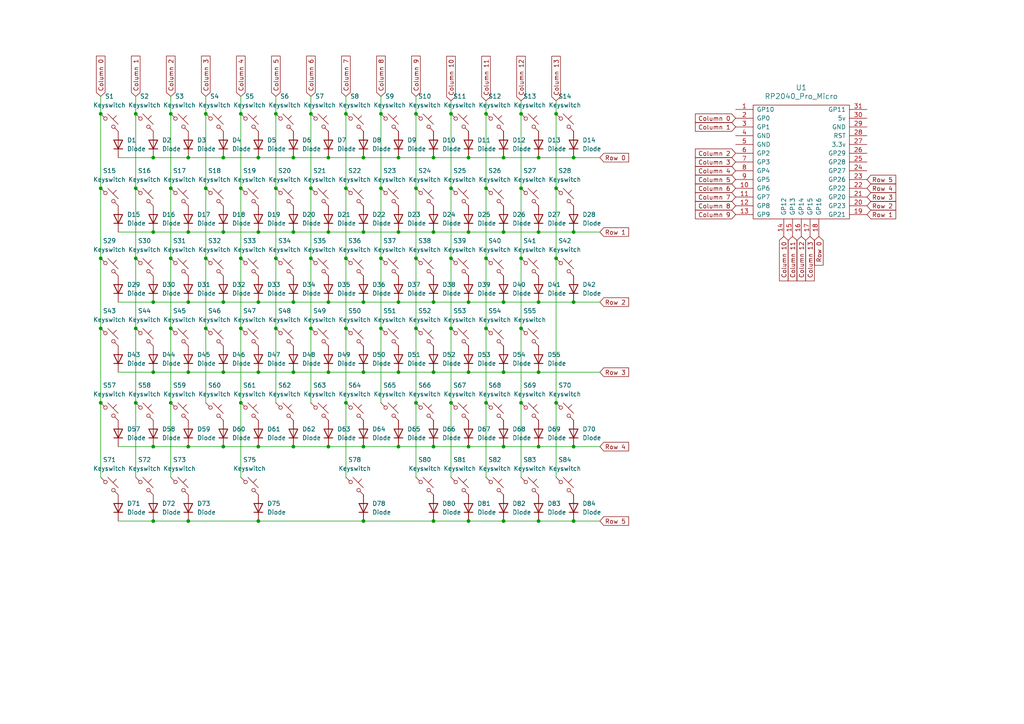
<source format=kicad_sch>
(kicad_sch (version 20250114) (generator "eeschema") (generator_version "9.0")
  (paper "A4")
  (lib_symbols
    (symbol "ScottoKeebs:MCU_RP2040_Pro_Micro" (pin_names (offset 1.016))
      (property "Reference" "U" (at 0 0 0))
      (property "Value" "RP2040_Pro_Micro" (at 0 -27.686 0))
      (symbol "MCU_RP2040_Pro_Micro_1_1"
        (pin input line (at -19.05 15.24 0) (length 5.08) (name "GP10") (number "1"))
        (pin input line (at -19.05 12.7 0) (length 5.08) (name "GP0") (number "2"))
        (pin input line (at -19.05 10.16 0) (length 5.08) (name "GP1") (number "3"))
        (pin input line (at -19.05 7.62 0) (length 5.08) (name "GND") (number "4"))
        (pin input line (at -19.05 5.08 0) (length 5.08) (name "GND") (number "5"))
        (pin input line (at -19.05 2.54 0) (length 5.08) (name "GP2") (number "6"))
        (pin input line (at -19.05 0 0) (length 5.08) (name "GP3") (number "7"))
        (pin input line (at -19.05 -2.54 0) (length 5.08) (name "GP4") (number "8"))
        (pin input line (at -19.05 -5.08 0) (length 5.08) (name "GP5") (number "9"))
        (pin input line (at -19.05 -7.62 0) (length 5.08) (name "GP6") (number "10"))
        (pin input line (at -19.05 -10.16 0) (length 5.08) (name "GP7") (number "11"))
        (pin input line (at -19.05 -12.7 0) (length 5.08) (name "GP8") (number "12"))
        (pin input line (at -19.05 -15.24 0) (length 5.08) (name "GP9") (number "13"))
        (pin input line (at -5.08 -21.59 90) (length 5.08) (name "GP12") (number "14"))
        (pin input line (at -2.54 -21.59 90) (length 5.08) (name "GP13") (number "15"))
        (pin input line (at 0 -21.59 90) (length 5.08) (name "GP14") (number "16"))
        (pin input line (at 2.54 -21.59 90) (length 5.08) (name "GP15") (number "17"))
        (pin input line (at 5.08 -21.59 90) (length 5.08) (name "GP16") (number "18"))
        (pin input line (at 19.05 15.24 180) (length 5.08) (name "GP11") (number "31"))
        (pin input line (at 19.05 12.7 180) (length 5.08) (name "5v") (number "30"))
        (pin input line (at 19.05 10.16 180) (length 5.08) (name "GND") (number "29"))
        (pin input line (at 19.05 7.62 180) (length 5.08) (name "RST") (number "28"))
        (pin input line (at 19.05 5.08 180) (length 5.08) (name "3.3v") (number "27"))
        (pin input line (at 19.05 2.54 180) (length 5.08) (name "GP29") (number "26"))
        (pin input line (at 19.05 0 180) (length 5.08) (name "GP28") (number "25"))
        (pin input line (at 19.05 -2.54 180) (length 5.08) (name "GP27") (number "24"))
        (pin input line (at 19.05 -5.08 180) (length 5.08) (name "GP26") (number "23"))
        (pin input line (at 19.05 -7.62 180) (length 5.08) (name "GP22") (number "22"))
        (pin input line (at 19.05 -10.16 180) (length 5.08) (name "GP20") (number "21"))
        (pin input line (at 19.05 -12.7 180) (length 5.08) (name "GP23") (number "20"))
        (pin input line (at 19.05 -15.24 180) (length 5.08) (name "GP21") (number "19"))
      )
    )
    (symbol "ScottoKeebs:Placeholder_Diode" (pin_numbers (hide yes)) (pin_names (hide yes))
      (property "Reference" "D" (at 0 2.54 0))
      (property "Value" "Diode" (at 0 -2.54 0))
      (symbol "Placeholder_Diode_1_1"
        (pin passive line (at -3.81 0 0) (length 2.54) (name "K") (number "1"))
        (pin passive line (at 3.81 0 180) (length 2.54) (name "A") (number "2"))
      )
    )
    (symbol "ScottoKeebs:Placeholder_Keyswitch" (pin_numbers (hide yes)) (pin_names (offset 1.016) (hide yes))
      (property "Reference" "S" (at 3.048 1.016 0))
      (property "Value" "Keyswitch" (at 0 -3.81 0))
      (symbol "Placeholder_Keyswitch_0_1"
        (pin passive line (at -2.54 2.54 0) (length 0) (name "1") (number "1"))
        (pin passive line (at 2.54 -2.54 180) (length 0) (name "2") (number "2"))
      )
    )
  )
  (junction (at 85.09 45.72))
  (junction (at 49.53 116.84))
  (junction (at 120.65 74.93))
  (junction (at 29.21 95.25))
  (junction (at 156.21 67.31))
  (junction (at 135.89 129.54))
  (junction (at 100.33 54.61))
  (junction (at 95.25 129.54))
  (junction (at 100.33 95.25))
  (junction (at 166.37 67.31))
  (junction (at 90.17 33.02))
  (junction (at 166.37 129.54))
  (junction (at 166.37 151.13))
  (junction (at 125.73 45.72))
  (junction (at 140.97 54.61))
  (junction (at 146.05 107.95))
  (junction (at 69.85 33.02))
  (junction (at 54.61 129.54))
  (junction (at 44.45 45.72))
  (junction (at 95.25 45.72))
  (junction (at 125.73 129.54))
  (junction (at 44.45 129.54))
  (junction (at 140.97 33.02))
  (junction (at 59.69 54.61))
  (junction (at 29.21 54.61))
  (junction (at 90.17 54.61))
  (junction (at 105.41 151.13))
  (junction (at 115.57 67.31))
  (junction (at 64.77 67.31))
  (junction (at 85.09 67.31))
  (junction (at 151.13 74.93))
  (junction (at 29.21 33.02))
  (junction (at 105.41 87.63))
  (junction (at 120.65 116.84))
  (junction (at 85.09 107.95))
  (junction (at 151.13 54.61))
  (junction (at 120.65 54.61))
  (junction (at 151.13 33.02))
  (junction (at 105.41 67.31))
  (junction (at 64.77 129.54))
  (junction (at 54.61 107.95))
  (junction (at 69.85 74.93))
  (junction (at 74.93 151.13))
  (junction (at 54.61 151.13))
  (junction (at 64.77 107.95))
  (junction (at 110.49 33.02))
  (junction (at 166.37 87.63))
  (junction (at 110.49 95.25))
  (junction (at 161.29 116.84))
  (junction (at 161.29 74.93))
  (junction (at 29.21 74.93))
  (junction (at 120.65 95.25))
  (junction (at 90.17 74.93))
  (junction (at 156.21 129.54))
  (junction (at 146.05 45.72))
  (junction (at 125.73 107.95))
  (junction (at 80.01 54.61))
  (junction (at 74.93 87.63))
  (junction (at 44.45 67.31))
  (junction (at 100.33 33.02))
  (junction (at 100.33 74.93))
  (junction (at 115.57 45.72))
  (junction (at 54.61 67.31))
  (junction (at 69.85 116.84))
  (junction (at 39.37 74.93))
  (junction (at 85.09 129.54))
  (junction (at 146.05 87.63))
  (junction (at 54.61 45.72))
  (junction (at 44.45 107.95))
  (junction (at 54.61 87.63))
  (junction (at 74.93 107.95))
  (junction (at 105.41 107.95))
  (junction (at 39.37 54.61))
  (junction (at 39.37 95.25))
  (junction (at 146.05 129.54))
  (junction (at 161.29 33.02))
  (junction (at 130.81 33.02))
  (junction (at 156.21 151.13))
  (junction (at 125.73 151.13))
  (junction (at 125.73 87.63))
  (junction (at 120.65 33.02))
  (junction (at 49.53 33.02))
  (junction (at 39.37 116.84))
  (junction (at 95.25 87.63))
  (junction (at 135.89 151.13))
  (junction (at 95.25 107.95))
  (junction (at 80.01 74.93))
  (junction (at 130.81 54.61))
  (junction (at 110.49 74.93))
  (junction (at 135.89 87.63))
  (junction (at 156.21 87.63))
  (junction (at 151.13 116.84))
  (junction (at 80.01 33.02))
  (junction (at 44.45 151.13))
  (junction (at 166.37 45.72))
  (junction (at 130.81 95.25))
  (junction (at 80.01 95.25))
  (junction (at 49.53 74.93))
  (junction (at 44.45 87.63))
  (junction (at 100.33 116.84))
  (junction (at 125.73 67.31))
  (junction (at 146.05 151.13))
  (junction (at 90.17 95.25))
  (junction (at 115.57 129.54))
  (junction (at 110.49 54.61))
  (junction (at 146.05 67.31))
  (junction (at 156.21 45.72))
  (junction (at 105.41 129.54))
  (junction (at 130.81 74.93))
  (junction (at 69.85 95.25))
  (junction (at 74.93 129.54))
  (junction (at 115.57 87.63))
  (junction (at 74.93 67.31))
  (junction (at 115.57 107.95))
  (junction (at 135.89 107.95))
  (junction (at 85.09 87.63))
  (junction (at 59.69 95.25))
  (junction (at 130.81 116.84))
  (junction (at 59.69 74.93))
  (junction (at 135.89 45.72))
  (junction (at 105.41 45.72))
  (junction (at 39.37 33.02))
  (junction (at 64.77 87.63))
  (junction (at 156.21 107.95))
  (junction (at 151.13 95.25))
  (junction (at 49.53 54.61))
  (junction (at 74.93 45.72))
  (junction (at 140.97 116.84))
  (junction (at 95.25 67.31))
  (junction (at 140.97 74.93))
  (junction (at 29.21 116.84))
  (junction (at 140.97 95.25))
  (junction (at 69.85 54.61))
  (junction (at 59.69 33.02))
  (junction (at 135.89 67.31))
  (junction (at 49.53 95.25))
  (junction (at 64.77 45.72))
  (junction (at 161.29 54.61))
  (wire (pts (xy 69.85 54.61) (xy 69.85 74.93)))
  (wire (pts (xy 34.29 87.63) (xy 44.45 87.63)))
  (wire (pts (xy 125.73 129.54) (xy 135.89 129.54)))
  (wire (pts (xy 105.41 129.54) (xy 115.57 129.54)))
  (wire (pts (xy 151.13 116.84) (xy 151.13 138.43)))
  (wire (pts (xy 44.45 67.31) (xy 54.61 67.31)))
  (wire (pts (xy 64.77 45.72) (xy 74.93 45.72)))
  (wire (pts (xy 74.93 107.95) (xy 85.09 107.95)))
  (wire (pts (xy 140.97 33.02) (xy 140.97 54.61)))
  (wire (pts (xy 151.13 33.02) (xy 151.13 54.61)))
  (wire (pts (xy 120.65 33.02) (xy 120.65 54.61)))
  (wire (pts (xy 135.89 87.63) (xy 146.05 87.63)))
  (wire (pts (xy 105.41 151.13) (xy 125.73 151.13)))
  (wire (pts (xy 120.65 27.94) (xy 120.65 33.02)))
  (wire (pts (xy 64.77 87.63) (xy 74.93 87.63)))
  (wire (pts (xy 146.05 107.95) (xy 156.21 107.95)))
  (wire (pts (xy 120.65 116.84) (xy 120.65 138.43)))
  (wire (pts (xy 90.17 95.25) (xy 90.17 116.84)))
  (wire (pts (xy 110.49 33.02) (xy 110.49 54.61)))
  (wire (pts (xy 146.05 151.13) (xy 156.21 151.13)))
  (wire (pts (xy 161.29 29.21) (xy 161.29 33.02)))
  (wire (pts (xy 59.69 54.61) (xy 59.69 74.93)))
  (wire (pts (xy 95.25 87.63) (xy 105.41 87.63)))
  (wire (pts (xy 110.49 95.25) (xy 110.49 116.84)))
  (wire (pts (xy 49.53 27.94) (xy 49.53 33.02)))
  (wire (pts (xy 146.05 87.63) (xy 156.21 87.63)))
  (wire (pts (xy 39.37 27.94) (xy 39.37 33.02)))
  (wire (pts (xy 115.57 87.63) (xy 125.73 87.63)))
  (wire (pts (xy 173.99 129.54) (xy 166.37 129.54)))
  (wire (pts (xy 39.37 74.93) (xy 39.37 95.25)))
  (wire (pts (xy 80.01 74.93) (xy 80.01 95.25)))
  (wire (pts (xy 39.37 116.84) (xy 39.37 138.43)))
  (wire (pts (xy 125.73 87.63) (xy 135.89 87.63)))
  (wire (pts (xy 130.81 95.25) (xy 130.81 116.84)))
  (wire (pts (xy 29.21 116.84) (xy 29.21 138.43)))
  (wire (pts (xy 39.37 95.25) (xy 39.37 116.84)))
  (wire (pts (xy 100.33 74.93) (xy 100.33 95.25)))
  (wire (pts (xy 59.69 95.25) (xy 59.69 116.84)))
  (wire (pts (xy 156.21 45.72) (xy 166.37 45.72)))
  (wire (pts (xy 69.85 74.93) (xy 69.85 95.25)))
  (wire (pts (xy 85.09 67.31) (xy 95.25 67.31)))
  (wire (pts (xy 29.21 74.93) (xy 29.21 95.25)))
  (wire (pts (xy 140.97 54.61) (xy 140.97 74.93)))
  (wire (pts (xy 156.21 129.54) (xy 166.37 129.54)))
  (wire (pts (xy 29.21 95.25) (xy 29.21 116.84)))
  (wire (pts (xy 59.69 27.94) (xy 59.69 33.02)))
  (wire (pts (xy 49.53 95.25) (xy 49.53 116.84)))
  (wire (pts (xy 49.53 74.93) (xy 49.53 95.25)))
  (wire (pts (xy 44.45 151.13) (xy 54.61 151.13)))
  (wire (pts (xy 49.53 116.84) (xy 49.53 138.43)))
  (wire (pts (xy 146.05 45.72) (xy 156.21 45.72)))
  (wire (pts (xy 59.69 74.93) (xy 59.69 95.25)))
  (wire (pts (xy 151.13 54.61) (xy 151.13 74.93)))
  (wire (pts (xy 115.57 67.31) (xy 125.73 67.31)))
  (wire (pts (xy 95.25 67.31) (xy 105.41 67.31)))
  (wire (pts (xy 130.81 29.21) (xy 130.81 33.02)))
  (wire (pts (xy 120.65 74.93) (xy 120.65 95.25)))
  (wire (pts (xy 105.41 107.95) (xy 115.57 107.95)))
  (wire (pts (xy 135.89 151.13) (xy 146.05 151.13)))
  (wire (pts (xy 161.29 54.61) (xy 161.29 74.93)))
  (wire (pts (xy 140.97 74.93) (xy 140.97 95.25)))
  (wire (pts (xy 59.69 33.02) (xy 59.69 54.61)))
  (wire (pts (xy 156.21 107.95) (xy 173.99 107.95)))
  (wire (pts (xy 95.25 45.72) (xy 105.41 45.72)))
  (wire (pts (xy 110.49 74.93) (xy 110.49 95.25)))
  (wire (pts (xy 74.93 151.13) (xy 105.41 151.13)))
  (wire (pts (xy 140.97 116.84) (xy 140.97 138.43)))
  (wire (pts (xy 34.29 129.54) (xy 44.45 129.54)))
  (wire (pts (xy 64.77 107.95) (xy 74.93 107.95)))
  (wire (pts (xy 125.73 67.31) (xy 135.89 67.31)))
  (wire (pts (xy 69.85 116.84) (xy 69.85 138.43)))
  (wire (pts (xy 125.73 107.95) (xy 135.89 107.95)))
  (wire (pts (xy 44.45 107.95) (xy 54.61 107.95)))
  (wire (pts (xy 34.29 151.13) (xy 44.45 151.13)))
  (wire (pts (xy 85.09 107.95) (xy 95.25 107.95)))
  (wire (pts (xy 161.29 74.93) (xy 161.29 116.84)))
  (wire (pts (xy 100.33 54.61) (xy 100.33 74.93)))
  (wire (pts (xy 156.21 151.13) (xy 166.37 151.13)))
  (wire (pts (xy 151.13 95.25) (xy 151.13 116.84)))
  (wire (pts (xy 54.61 67.31) (xy 64.77 67.31)))
  (wire (pts (xy 69.85 27.94) (xy 69.85 33.02)))
  (wire (pts (xy 90.17 54.61) (xy 90.17 74.93)))
  (wire (pts (xy 69.85 33.02) (xy 69.85 54.61)))
  (wire (pts (xy 80.01 95.25) (xy 80.01 116.84)))
  (wire (pts (xy 100.33 33.02) (xy 100.33 54.61)))
  (wire (pts (xy 74.93 45.72) (xy 85.09 45.72)))
  (wire (pts (xy 85.09 129.54) (xy 95.25 129.54)))
  (wire (pts (xy 166.37 67.31) (xy 173.99 67.31)))
  (wire (pts (xy 29.21 27.94) (xy 29.21 33.02)))
  (wire (pts (xy 130.81 74.93) (xy 130.81 95.25)))
  (wire (pts (xy 110.49 27.94) (xy 110.49 33.02)))
  (wire (pts (xy 140.97 29.21) (xy 140.97 33.02)))
  (wire (pts (xy 130.81 54.61) (xy 130.81 74.93)))
  (wire (pts (xy 173.99 151.13) (xy 166.37 151.13)))
  (wire (pts (xy 54.61 151.13) (xy 74.93 151.13)))
  (wire (pts (xy 115.57 129.54) (xy 125.73 129.54)))
  (wire (pts (xy 125.73 151.13) (xy 135.89 151.13)))
  (wire (pts (xy 29.21 54.61) (xy 29.21 74.93)))
  (wire (pts (xy 39.37 54.61) (xy 39.37 74.93)))
  (wire (pts (xy 74.93 129.54) (xy 85.09 129.54)))
  (wire (pts (xy 80.01 27.94) (xy 80.01 33.02)))
  (wire (pts (xy 120.65 54.61) (xy 120.65 74.93)))
  (wire (pts (xy 146.05 129.54) (xy 156.21 129.54)))
  (wire (pts (xy 135.89 129.54) (xy 146.05 129.54)))
  (wire (pts (xy 34.29 67.31) (xy 44.45 67.31)))
  (wire (pts (xy 49.53 33.02) (xy 49.53 54.61)))
  (wire (pts (xy 29.21 33.02) (xy 29.21 54.61)))
  (wire (pts (xy 105.41 87.63) (xy 115.57 87.63)))
  (wire (pts (xy 95.25 107.95) (xy 105.41 107.95)))
  (wire (pts (xy 130.81 116.84) (xy 130.81 138.43)))
  (wire (pts (xy 146.05 67.31) (xy 156.21 67.31)))
  (wire (pts (xy 105.41 45.72) (xy 115.57 45.72)))
  (wire (pts (xy 135.89 45.72) (xy 146.05 45.72)))
  (wire (pts (xy 110.49 54.61) (xy 110.49 74.93)))
  (wire (pts (xy 74.93 67.31) (xy 85.09 67.31)))
  (wire (pts (xy 80.01 33.02) (xy 80.01 54.61)))
  (wire (pts (xy 90.17 74.93) (xy 90.17 95.25)))
  (wire (pts (xy 151.13 74.93) (xy 151.13 95.25)))
  (wire (pts (xy 135.89 67.31) (xy 146.05 67.31)))
  (wire (pts (xy 105.41 67.31) (xy 115.57 67.31)))
  (wire (pts (xy 85.09 45.72) (xy 95.25 45.72)))
  (wire (pts (xy 64.77 67.31) (xy 74.93 67.31)))
  (wire (pts (xy 54.61 107.95) (xy 64.77 107.95)))
  (wire (pts (xy 120.65 95.25) (xy 120.65 116.84)))
  (wire (pts (xy 130.81 33.02) (xy 130.81 54.61)))
  (wire (pts (xy 54.61 129.54) (xy 64.77 129.54)))
  (wire (pts (xy 90.17 27.94) (xy 90.17 33.02)))
  (wire (pts (xy 115.57 45.72) (xy 125.73 45.72)))
  (wire (pts (xy 135.89 107.95) (xy 146.05 107.95)))
  (wire (pts (xy 54.61 87.63) (xy 64.77 87.63)))
  (wire (pts (xy 166.37 87.63) (xy 173.99 87.63)))
  (wire (pts (xy 100.33 116.84) (xy 100.33 138.43)))
  (wire (pts (xy 95.25 129.54) (xy 105.41 129.54)))
  (wire (pts (xy 161.29 116.84) (xy 161.29 138.43)))
  (wire (pts (xy 44.45 129.54) (xy 54.61 129.54)))
  (wire (pts (xy 64.77 129.54) (xy 74.93 129.54)))
  (wire (pts (xy 115.57 107.95) (xy 125.73 107.95)))
  (wire (pts (xy 74.93 87.63) (xy 85.09 87.63)))
  (wire (pts (xy 156.21 67.31) (xy 166.37 67.31)))
  (wire (pts (xy 156.21 87.63) (xy 166.37 87.63)))
  (wire (pts (xy 100.33 27.94) (xy 100.33 33.02)))
  (wire (pts (xy 90.17 33.02) (xy 90.17 54.61)))
  (wire (pts (xy 140.97 95.25) (xy 140.97 116.84)))
  (wire (pts (xy 34.29 45.72) (xy 44.45 45.72)))
  (wire (pts (xy 100.33 95.25) (xy 100.33 116.84)))
  (wire (pts (xy 44.45 87.63) (xy 54.61 87.63)))
  (wire (pts (xy 151.13 29.21) (xy 151.13 33.02)))
  (wire (pts (xy 85.09 87.63) (xy 95.25 87.63)))
  (wire (pts (xy 44.45 45.72) (xy 54.61 45.72)))
  (wire (pts (xy 69.85 95.25) (xy 69.85 116.84)))
  (wire (pts (xy 125.73 45.72) (xy 135.89 45.72)))
  (wire (pts (xy 34.29 107.95) (xy 44.45 107.95)))
  (wire (pts (xy 49.53 54.61) (xy 49.53 74.93)))
  (wire (pts (xy 80.01 54.61) (xy 80.01 74.93)))
  (wire (pts (xy 54.61 45.72) (xy 64.77 45.72)))
  (wire (pts (xy 161.29 33.02) (xy 161.29 54.61)))
  (wire (pts (xy 39.37 33.02) (xy 39.37 54.61)))
  (wire (pts (xy 173.99 45.72) (xy 166.37 45.72)))
  (global_label "Row 4" (shape input) (at 251.46 54.61 0) (property "Intersheetrefs" "${INTERSHEET_REFS}" (effects (hide yes))))
  (global_label "Row 1" (shape input) (at 251.46 62.23 0) (property "Intersheetrefs" "${INTERSHEET_REFS}" (effects (hide yes))))
  (global_label "Column 11" (shape input) (at 229.87 68.58 270) (property "Intersheetrefs" "${INTERSHEET_REFS}" (effects (hide yes))))
  (global_label "Column 7" (shape input) (at 100.33 27.94 90) (property "Intersheetrefs" "${INTERSHEET_REFS}" (effects (hide yes))))
  (global_label "Column 12" (shape input) (at 232.41 68.58 270) (property "Intersheetrefs" "${INTERSHEET_REFS}" (effects (hide yes))))
  (global_label "Column 4" (shape input) (at 69.85 27.94 90) (property "Intersheetrefs" "${INTERSHEET_REFS}" (effects (hide yes))))
  (global_label "Column 9" (shape input) (at 120.65 27.94 90) (property "Intersheetrefs" "${INTERSHEET_REFS}" (effects (hide yes))))
  (global_label "Column 5" (shape input) (at 80.01 27.94 90) (property "Intersheetrefs" "${INTERSHEET_REFS}" (effects (hide yes))))
  (global_label "Column 4" (shape input) (at 213.36 49.53 180) (property "Intersheetrefs" "${INTERSHEET_REFS}" (effects (hide yes))))
  (global_label "Column 12" (shape input) (at 151.13 29.21 90) (property "Intersheetrefs" "${INTERSHEET_REFS}" (effects (hide yes))))
  (global_label "Column 13" (shape input) (at 234.95 68.58 270) (property "Intersheetrefs" "${INTERSHEET_REFS}" (effects (hide yes))))
  (global_label "Column 7" (shape input) (at 213.36 57.15 180) (property "Intersheetrefs" "${INTERSHEET_REFS}" (effects (hide yes))))
  (global_label "Column 8" (shape input) (at 213.36 59.69 180) (property "Intersheetrefs" "${INTERSHEET_REFS}" (effects (hide yes))))
  (global_label "Column 6" (shape input) (at 213.36 54.61 180) (property "Intersheetrefs" "${INTERSHEET_REFS}" (effects (hide yes))))
  (global_label "Column 1" (shape input) (at 39.37 27.94 90) (property "Intersheetrefs" "${INTERSHEET_REFS}" (effects (hide yes))))
  (global_label "Row 5" (shape input) (at 251.46 52.07 0) (property "Intersheetrefs" "${INTERSHEET_REFS}" (effects (hide yes))))
  (global_label "Row 2" (shape input) (at 173.99 87.63 0) (property "Intersheetrefs" "${INTERSHEET_REFS}" (effects (hide yes))))
  (global_label "Column 13" (shape input) (at 161.29 29.21 90) (property "Intersheetrefs" "${INTERSHEET_REFS}" (effects (hide yes))))
  (global_label "Column 8" (shape input) (at 110.49 27.94 90) (property "Intersheetrefs" "${INTERSHEET_REFS}" (effects (hide yes))))
  (global_label "Column 0" (shape input) (at 29.21 27.94 90) (property "Intersheetrefs" "${INTERSHEET_REFS}" (effects (hide yes))))
  (global_label "Row 4" (shape input) (at 173.99 129.54 0) (property "Intersheetrefs" "${INTERSHEET_REFS}" (effects (hide yes))))
  (global_label "Column 10" (shape input) (at 130.81 29.21 90) (property "Intersheetrefs" "${INTERSHEET_REFS}" (effects (hide yes))))
  (global_label "Row 1" (shape input) (at 173.99 67.31 0) (property "Intersheetrefs" "${INTERSHEET_REFS}" (effects (hide yes))))
  (global_label "Row 2" (shape input) (at 251.46 59.69 0) (property "Intersheetrefs" "${INTERSHEET_REFS}" (effects (hide yes))))
  (global_label "Column 11" (shape input) (at 140.97 29.21 90) (property "Intersheetrefs" "${INTERSHEET_REFS}" (effects (hide yes))))
  (global_label "Column 10" (shape input) (at 227.33 68.58 270) (property "Intersheetrefs" "${INTERSHEET_REFS}" (effects (hide yes))))
  (global_label "Column 3" (shape input) (at 59.69 27.94 90) (property "Intersheetrefs" "${INTERSHEET_REFS}" (effects (hide yes))))
  (global_label "Row 3" (shape input) (at 251.46 57.15 0) (property "Intersheetrefs" "${INTERSHEET_REFS}" (effects (hide yes))))
  (global_label "Row 0" (shape input) (at 237.49 68.58 270) (property "Intersheetrefs" "${INTERSHEET_REFS}" (effects (hide yes))))
  (global_label "Column 5" (shape input) (at 213.36 52.07 180) (property "Intersheetrefs" "${INTERSHEET_REFS}" (effects (hide yes))))
  (global_label "Row 5" (shape input) (at 173.99 151.13 0) (property "Intersheetrefs" "${INTERSHEET_REFS}" (effects (hide yes))))
  (global_label "Column 2" (shape input) (at 213.36 44.45 180) (property "Intersheetrefs" "${INTERSHEET_REFS}" (effects (hide yes))))
  (global_label "Column 3" (shape input) (at 213.36 46.99 180) (property "Intersheetrefs" "${INTERSHEET_REFS}" (effects (hide yes))))
  (global_label "Column 6" (shape input) (at 90.17 27.94 90) (property "Intersheetrefs" "${INTERSHEET_REFS}" (effects (hide yes))))
  (global_label "Column 1" (shape input) (at 213.36 36.83 180) (property "Intersheetrefs" "${INTERSHEET_REFS}" (effects (hide yes))))
  (global_label "Column 9" (shape input) (at 213.36 62.23 180) (property "Intersheetrefs" "${INTERSHEET_REFS}" (effects (hide yes))))
  (global_label "Column 0" (shape input) (at 213.36 34.29 180) (property "Intersheetrefs" "${INTERSHEET_REFS}" (effects (hide yes))))
  (global_label "Column 2" (shape input) (at 49.53 27.94 90) (property "Intersheetrefs" "${INTERSHEET_REFS}" (effects (hide yes))))
  (global_label "Row 3" (shape input) (at 173.99 107.95 0) (property "Intersheetrefs" "${INTERSHEET_REFS}" (effects (hide yes))))
  (global_label "Row 0" (shape input) (at 173.99 45.72 0) (property "Intersheetrefs" "${INTERSHEET_REFS}" (effects (hide yes))))
  (symbol (lib_id "ScottoKeebs:Placeholder_Keyswitch") (at 133.35 97.79 0) (unit 1)
    (property "Reference" "S53" (at 133.35 90.17 0))
    (property "Value" "Keyswitch" (at 133.35 92.71 0))
    (property "Footprint" "ScottoKeebs_MX:MX_PCB_1.00u" (effects (hide yes)))
    (property "Description" "Push button switch, normally open, two pins, 45° tilted" (effects (hide yes)))
  )
  (symbol (lib_id "ScottoKeebs:Placeholder_Diode") (at 95.25 41.91 90) (unit 1)
    (property "Reference" "D7" (at 97.79 40.6399 90) (effects (justify right)))
    (property "Value" "Diode" (at 97.79 43.1799 90) (effects (justify right)))
    (property "Footprint" "ScottoKeebs_Components:Diode_DO-35" (effects (hide yes)))
    (property "Description" "1N4148 (DO-35) or 1N4148W (SOD-123)" (effects (hide yes)))
    (property "Sim.Device" "D" (effects (hide yes)))
    (property "Sim.Pins" "1=K 2=A" (effects (hide yes)))
  )
  (symbol (lib_id "ScottoKeebs:Placeholder_Keyswitch") (at 153.67 140.97 0) (unit 1)
    (property "Reference" "S83" (at 153.67 133.35 0))
    (property "Value" "Keyswitch" (at 153.67 135.89 0))
    (property "Footprint" "ScottoKeebs_MX:MX_PCB_1.00u" (effects (hide yes)))
    (property "Description" "Push button switch, normally open, two pins, 45° tilted" (effects (hide yes)))
  )
  (symbol (lib_id "ScottoKeebs:Placeholder_Diode") (at 105.41 83.82 90) (unit 1)
    (property "Reference" "D36" (at 107.95 82.5499 90) (effects (justify right)))
    (property "Value" "Diode" (at 107.95 85.0899 90) (effects (justify right)))
    (property "Footprint" "ScottoKeebs_Components:Diode_DO-35" (effects (hide yes)))
    (property "Description" "1N4148 (DO-35) or 1N4148W (SOD-123)" (effects (hide yes)))
    (property "Sim.Device" "D" (effects (hide yes)))
    (property "Sim.Pins" "1=K 2=A" (effects (hide yes)))
  )
  (symbol (lib_id "ScottoKeebs:Placeholder_Diode") (at 105.41 63.5 90) (unit 1)
    (property "Reference" "D22" (at 107.95 62.2299 90) (effects (justify right)))
    (property "Value" "Diode" (at 107.95 64.7699 90) (effects (justify right)))
    (property "Footprint" "ScottoKeebs_Components:Diode_DO-35" (effects (hide yes)))
    (property "Description" "1N4148 (DO-35) or 1N4148W (SOD-123)" (effects (hide yes)))
    (property "Sim.Device" "D" (effects (hide yes)))
    (property "Sim.Pins" "1=K 2=A" (effects (hide yes)))
  )
  (symbol (lib_id "ScottoKeebs:Placeholder_Keyswitch") (at 92.71 97.79 0) (unit 1)
    (property "Reference" "S49" (at 92.71 90.17 0))
    (property "Value" "Keyswitch" (at 92.71 92.71 0))
    (property "Footprint" "ScottoKeebs_MX:MX_PCB_1.00u" (effects (hide yes)))
    (property "Description" "Push button switch, normally open, two pins, 45° tilted" (effects (hide yes)))
  )
  (symbol (lib_id "ScottoKeebs:Placeholder_Diode") (at 125.73 63.5 90) (unit 1)
    (property "Reference" "D24" (at 128.27 62.2299 90) (effects (justify right)))
    (property "Value" "Diode" (at 128.27 64.7699 90) (effects (justify right)))
    (property "Footprint" "ScottoKeebs_Components:Diode_DO-35" (effects (hide yes)))
    (property "Description" "1N4148 (DO-35) or 1N4148W (SOD-123)" (effects (hide yes)))
    (property "Sim.Device" "D" (effects (hide yes)))
    (property "Sim.Pins" "1=K 2=A" (effects (hide yes)))
  )
  (symbol (lib_id "ScottoKeebs:Placeholder_Keyswitch") (at 123.19 77.47 0) (unit 1)
    (property "Reference" "S38" (at 123.19 69.85 0))
    (property "Value" "Keyswitch" (at 123.19 72.39 0))
    (property "Footprint" "ScottoKeebs_MX:MX_PCB_1.00u" (effects (hide yes)))
    (property "Description" "Push button switch, normally open, two pins, 45° tilted" (effects (hide yes)))
  )
  (symbol (lib_id "ScottoKeebs:Placeholder_Diode") (at 44.45 125.73 90) (unit 1)
    (property "Reference" "D58" (at 46.99 124.4599 90) (effects (justify right)))
    (property "Value" "Diode" (at 46.99 126.9999 90) (effects (justify right)))
    (property "Footprint" "ScottoKeebs_Components:Diode_DO-35" (effects (hide yes)))
    (property "Description" "1N4148 (DO-35) or 1N4148W (SOD-123)" (effects (hide yes)))
    (property "Sim.Device" "D" (effects (hide yes)))
    (property "Sim.Pins" "1=K 2=A" (effects (hide yes)))
  )
  (symbol (lib_id "ScottoKeebs:Placeholder_Diode") (at 105.41 147.32 90) (unit 1)
    (property "Reference" "D78" (at 107.95 146.0499 90) (effects (justify right)))
    (property "Value" "Diode" (at 107.95 148.5899 90) (effects (justify right)))
    (property "Footprint" "ScottoKeebs_Components:Diode_DO-35" (effects (hide yes)))
    (property "Description" "1N4148 (DO-35) or 1N4148W (SOD-123)" (effects (hide yes)))
    (property "Sim.Device" "D" (effects (hide yes)))
    (property "Sim.Pins" "1=K 2=A" (effects (hide yes)))
  )
  (symbol (lib_id "ScottoKeebs:Placeholder_Keyswitch") (at 113.03 57.15 0) (unit 1)
    (property "Reference" "S23" (at 113.03 49.53 0))
    (property "Value" "Keyswitch" (at 113.03 52.07 0))
    (property "Footprint" "ScottoKeebs_MX:MX_PCB_1.00u" (effects (hide yes)))
    (property "Description" "Push button switch, normally open, two pins, 45° tilted" (effects (hide yes)))
  )
  (symbol (lib_id "ScottoKeebs:Placeholder_Diode") (at 146.05 83.82 90) (unit 1)
    (property "Reference" "D40" (at 148.59 82.5499 90) (effects (justify right)))
    (property "Value" "Diode" (at 148.59 85.0899 90) (effects (justify right)))
    (property "Footprint" "ScottoKeebs_Components:Diode_DO-35" (effects (hide yes)))
    (property "Description" "1N4148 (DO-35) or 1N4148W (SOD-123)" (effects (hide yes)))
    (property "Sim.Device" "D" (effects (hide yes)))
    (property "Sim.Pins" "1=K 2=A" (effects (hide yes)))
  )
  (symbol (lib_id "ScottoKeebs:Placeholder_Diode") (at 156.21 104.14 90) (unit 1)
    (property "Reference" "D55" (at 158.75 102.8699 90) (effects (justify right)))
    (property "Value" "Diode" (at 158.75 105.4099 90) (effects (justify right)))
    (property "Footprint" "ScottoKeebs_Components:Diode_DO-35" (effects (hide yes)))
    (property "Description" "1N4148 (DO-35) or 1N4148W (SOD-123)" (effects (hide yes)))
    (property "Sim.Device" "D" (effects (hide yes)))
    (property "Sim.Pins" "1=K 2=A" (effects (hide yes)))
  )
  (symbol (lib_id "ScottoKeebs:MCU_RP2040_Pro_Micro") (at 232.41 46.99 0) (unit 1)
    (property "Reference" "U1" (at 232.41 25.4 0) (effects (font (size 1.524 1.524))))
    (property "Value" "RP2040_Pro_Micro" (at 232.41 27.94 0) (effects (font (size 1.524 1.524))))
    (property "Footprint" "ScottoKeebs_MCU:RP2040_Pro_Micro" (effects (hide yes)))
  )
  (symbol (lib_id "ScottoKeebs:Placeholder_Keyswitch") (at 52.07 97.79 0) (unit 1)
    (property "Reference" "S45" (at 52.07 90.17 0))
    (property "Value" "Keyswitch" (at 52.07 92.71 0))
    (property "Footprint" "ScottoKeebs_MX:MX_PCB_1.00u" (effects (hide yes)))
    (property "Description" "Push button switch, normally open, two pins, 45° tilted" (effects (hide yes)))
  )
  (symbol (lib_id "ScottoKeebs:Placeholder_Diode") (at 135.89 125.73 90) (unit 1)
    (property "Reference" "D67" (at 138.43 124.4599 90) (effects (justify right)))
    (property "Value" "Diode" (at 138.43 126.9999 90) (effects (justify right)))
    (property "Footprint" "ScottoKeebs_Components:Diode_DO-35" (effects (hide yes)))
    (property "Description" "1N4148 (DO-35) or 1N4148W (SOD-123)" (effects (hide yes)))
    (property "Sim.Device" "D" (effects (hide yes)))
    (property "Sim.Pins" "1=K 2=A" (effects (hide yes)))
  )
  (symbol (lib_id "ScottoKeebs:Placeholder_Diode") (at 44.45 41.91 90) (unit 1)
    (property "Reference" "D2" (at 46.99 40.6399 90) (effects (justify right)))
    (property "Value" "Diode" (at 46.99 43.1799 90) (effects (justify right)))
    (property "Footprint" "ScottoKeebs_Components:Diode_DO-35" (effects (hide yes)))
    (property "Description" "1N4148 (DO-35) or 1N4148W (SOD-123)" (effects (hide yes)))
    (property "Sim.Device" "D" (effects (hide yes)))
    (property "Sim.Pins" "1=K 2=A" (effects (hide yes)))
  )
  (symbol (lib_id "ScottoKeebs:Placeholder_Keyswitch") (at 133.35 77.47 0) (unit 1)
    (property "Reference" "S39" (at 133.35 69.85 0))
    (property "Value" "Keyswitch" (at 133.35 72.39 0))
    (property "Footprint" "ScottoKeebs_MX:MX_PCB_1.00u" (effects (hide yes)))
    (property "Description" "Push button switch, normally open, two pins, 45° tilted" (effects (hide yes)))
  )
  (symbol (lib_id "ScottoKeebs:Placeholder_Keyswitch") (at 133.35 35.56 0) (unit 1)
    (property "Reference" "S11" (at 133.35 27.94 0))
    (property "Value" "Keyswitch" (at 133.35 30.48 0))
    (property "Footprint" "ScottoKeebs_MX:MX_PCB_1.00u" (effects (hide yes)))
    (property "Description" "Push button switch, normally open, two pins, 45° tilted" (effects (hide yes)))
  )
  (symbol (lib_id "ScottoKeebs:Placeholder_Keyswitch") (at 113.03 119.38 0) (unit 1)
    (property "Reference" "S65" (at 113.03 111.76 0))
    (property "Value" "Keyswitch" (at 113.03 114.3 0))
    (property "Footprint" "ScottoKeebs_MX:MX_PCB_1.00u" (effects (hide yes)))
    (property "Description" "Push button switch, normally open, two pins, 45° tilted" (effects (hide yes)))
  )
  (symbol (lib_id "ScottoKeebs:Placeholder_Keyswitch") (at 62.23 119.38 0) (unit 1)
    (property "Reference" "S60" (at 62.23 111.76 0))
    (property "Value" "Keyswitch" (at 62.23 114.3 0))
    (property "Footprint" "ScottoKeebs_MX:MX_PCB_1.00u" (effects (hide yes)))
    (property "Description" "Push button switch, normally open, two pins, 45° tilted" (effects (hide yes)))
  )
  (symbol (lib_id "ScottoKeebs:Placeholder_Keyswitch") (at 31.75 77.47 0) (unit 1)
    (property "Reference" "S29" (at 31.75 69.85 0))
    (property "Value" "Keyswitch" (at 31.75 72.39 0))
    (property "Footprint" "ScottoKeebs_MX:MX_PCB_1.00u" (effects (hide yes)))
    (property "Description" "Push button switch, normally open, two pins, 45° tilted" (effects (hide yes)))
  )
  (symbol (lib_id "ScottoKeebs:Placeholder_Keyswitch") (at 52.07 77.47 0) (unit 1)
    (property "Reference" "S31" (at 52.07 69.85 0))
    (property "Value" "Keyswitch" (at 52.07 72.39 0))
    (property "Footprint" "ScottoKeebs_MX:MX_PCB_1.00u" (effects (hide yes)))
    (property "Description" "Push button switch, normally open, two pins, 45° tilted" (effects (hide yes)))
  )
  (symbol (lib_id "ScottoKeebs:Placeholder_Diode") (at 74.93 41.91 90) (unit 1)
    (property "Reference" "D5" (at 77.47 40.6399 90) (effects (justify right)))
    (property "Value" "Diode" (at 77.47 43.1799 90) (effects (justify right)))
    (property "Footprint" "ScottoKeebs_Components:Diode_DO-35" (effects (hide yes)))
    (property "Description" "1N4148 (DO-35) or 1N4148W (SOD-123)" (effects (hide yes)))
    (property "Sim.Device" "D" (effects (hide yes)))
    (property "Sim.Pins" "1=K 2=A" (effects (hide yes)))
  )
  (symbol (lib_id "ScottoKeebs:Placeholder_Keyswitch") (at 92.71 77.47 0) (unit 1)
    (property "Reference" "S35" (at 92.71 69.85 0))
    (property "Value" "Keyswitch" (at 92.71 72.39 0))
    (property "Footprint" "ScottoKeebs_MX:MX_PCB_1.00u" (effects (hide yes)))
    (property "Description" "Push button switch, normally open, two pins, 45° tilted" (effects (hide yes)))
  )
  (symbol (lib_id "ScottoKeebs:Placeholder_Keyswitch") (at 163.83 35.56 0) (unit 1)
    (property "Reference" "S14" (at 163.83 27.94 0))
    (property "Value" "Keyswitch" (at 163.83 30.48 0))
    (property "Footprint" "ScottoKeebs_MX:MX_PCB_1.00u" (effects (hide yes)))
    (property "Description" "Push button switch, normally open, two pins, 45° tilted" (effects (hide yes)))
  )
  (symbol (lib_id "ScottoKeebs:Placeholder_Keyswitch") (at 123.19 57.15 0) (unit 1)
    (property "Reference" "S24" (at 123.19 49.53 0))
    (property "Value" "Keyswitch" (at 123.19 52.07 0))
    (property "Footprint" "ScottoKeebs_MX:MX_PCB_1.00u" (effects (hide yes)))
    (property "Description" "Push button switch, normally open, two pins, 45° tilted" (effects (hide yes)))
  )
  (symbol (lib_id "ScottoKeebs:Placeholder_Keyswitch") (at 72.39 140.97 0) (unit 1)
    (property "Reference" "S75" (at 72.39 133.35 0))
    (property "Value" "Keyswitch" (at 72.39 135.89 0))
    (property "Footprint" "ScottoKeebs_MX:MX_PCB_3.00u" (effects (hide yes)))
    (property "Description" "Push button switch, normally open, two pins, 45° tilted" (effects (hide yes)))
  )
  (symbol (lib_id "ScottoKeebs:Placeholder_Keyswitch") (at 102.87 119.38 0) (unit 1)
    (property "Reference" "S64" (at 102.87 111.76 0))
    (property "Value" "Keyswitch" (at 102.87 114.3 0))
    (property "Footprint" "ScottoKeebs_MX:MX_PCB_1.00u" (effects (hide yes)))
    (property "Description" "Push button switch, normally open, two pins, 45° tilted" (effects (hide yes)))
  )
  (symbol (lib_id "ScottoKeebs:Placeholder_Keyswitch") (at 163.83 57.15 0) (unit 1)
    (property "Reference" "S28" (at 163.83 49.53 0))
    (property "Value" "Keyswitch" (at 163.83 52.07 0))
    (property "Footprint" "ScottoKeebs_MX:MX_PCB_1.00u" (effects (hide yes)))
    (property "Description" "Push button switch, normally open, two pins, 45° tilted" (effects (hide yes)))
  )
  (symbol (lib_id "ScottoKeebs:Placeholder_Diode") (at 166.37 63.5 90) (unit 1)
    (property "Reference" "D28" (at 168.91 62.2299 90) (effects (justify right)))
    (property "Value" "Diode" (at 168.91 64.7699 90) (effects (justify right)))
    (property "Footprint" "ScottoKeebs_Components:Diode_DO-35" (effects (hide yes)))
    (property "Description" "1N4148 (DO-35) or 1N4148W (SOD-123)" (effects (hide yes)))
    (property "Sim.Device" "D" (effects (hide yes)))
    (property "Sim.Pins" "1=K 2=A" (effects (hide yes)))
  )
  (symbol (lib_id "ScottoKeebs:Placeholder_Diode") (at 166.37 147.32 90) (unit 1)
    (property "Reference" "D84" (at 168.91 146.0499 90) (effects (justify right)))
    (property "Value" "Diode" (at 168.91 148.5899 90) (effects (justify right)))
    (property "Footprint" "ScottoKeebs_Components:Diode_DO-35" (effects (hide yes)))
    (property "Description" "1N4148 (DO-35) or 1N4148W (SOD-123)" (effects (hide yes)))
    (property "Sim.Device" "D" (effects (hide yes)))
    (property "Sim.Pins" "1=K 2=A" (effects (hide yes)))
  )
  (symbol (lib_id "ScottoKeebs:Placeholder_Diode") (at 146.05 147.32 90) (unit 1)
    (property "Reference" "D82" (at 148.59 146.0499 90) (effects (justify right)))
    (property "Value" "Diode" (at 148.59 148.5899 90) (effects (justify right)))
    (property "Footprint" "ScottoKeebs_Components:Diode_DO-35" (effects (hide yes)))
    (property "Description" "1N4148 (DO-35) or 1N4148W (SOD-123)" (effects (hide yes)))
    (property "Sim.Device" "D" (effects (hide yes)))
    (property "Sim.Pins" "1=K 2=A" (effects (hide yes)))
  )
  (symbol (lib_id "ScottoKeebs:Placeholder_Keyswitch") (at 72.39 57.15 0) (unit 1)
    (property "Reference" "S19" (at 72.39 49.53 0))
    (property "Value" "Keyswitch" (at 72.39 52.07 0))
    (property "Footprint" "ScottoKeebs_MX:MX_PCB_1.00u" (effects (hide yes)))
    (property "Description" "Push button switch, normally open, two pins, 45° tilted" (effects (hide yes)))
  )
  (symbol (lib_id "ScottoKeebs:Placeholder_Diode") (at 156.21 63.5 90) (unit 1)
    (property "Reference" "D27" (at 158.75 62.2299 90) (effects (justify right)))
    (property "Value" "Diode" (at 158.75 64.7699 90) (effects (justify right)))
    (property "Footprint" "ScottoKeebs_Components:Diode_DO-35" (effects (hide yes)))
    (property "Description" "1N4148 (DO-35) or 1N4148W (SOD-123)" (effects (hide yes)))
    (property "Sim.Device" "D" (effects (hide yes)))
    (property "Sim.Pins" "1=K 2=A" (effects (hide yes)))
  )
  (symbol (lib_id "ScottoKeebs:Placeholder_Diode") (at 95.25 125.73 90) (unit 1)
    (property "Reference" "D63" (at 97.79 124.4599 90) (effects (justify right)))
    (property "Value" "Diode" (at 97.79 126.9999 90) (effects (justify right)))
    (property "Footprint" "ScottoKeebs_Components:Diode_DO-35" (effects (hide yes)))
    (property "Description" "1N4148 (DO-35) or 1N4148W (SOD-123)" (effects (hide yes)))
    (property "Sim.Device" "D" (effects (hide yes)))
    (property "Sim.Pins" "1=K 2=A" (effects (hide yes)))
  )
  (symbol (lib_id "ScottoKeebs:Placeholder_Keyswitch") (at 31.75 57.15 0) (unit 1)
    (property "Reference" "S15" (at 31.75 49.53 0))
    (property "Value" "Keyswitch" (at 31.75 52.07 0))
    (property "Footprint" "ScottoKeebs_MX:MX_PCB_1.00u" (effects (hide yes)))
    (property "Description" "Push button switch, normally open, two pins, 45° tilted" (effects (hide yes)))
  )
  (symbol (lib_id "ScottoKeebs:Placeholder_Diode") (at 105.41 41.91 90) (unit 1)
    (property "Reference" "D8" (at 107.95 40.6399 90) (effects (justify right)))
    (property "Value" "Diode" (at 107.95 43.1799 90) (effects (justify right)))
    (property "Footprint" "ScottoKeebs_Components:Diode_DO-35" (effects (hide yes)))
    (property "Description" "1N4148 (DO-35) or 1N4148W (SOD-123)" (effects (hide yes)))
    (property "Sim.Device" "D" (effects (hide yes)))
    (property "Sim.Pins" "1=K 2=A" (effects (hide yes)))
  )
  (symbol (lib_id "ScottoKeebs:Placeholder_Keyswitch") (at 62.23 57.15 0) (unit 1)
    (property "Reference" "S18" (at 62.23 49.53 0))
    (property "Value" "Keyswitch" (at 62.23 52.07 0))
    (property "Footprint" "ScottoKeebs_MX:MX_PCB_1.00u" (effects (hide yes)))
    (property "Description" "Push button switch, normally open, two pins, 45° tilted" (effects (hide yes)))
  )
  (symbol (lib_id "ScottoKeebs:Placeholder_Keyswitch") (at 52.07 140.97 0) (unit 1)
    (property "Reference" "S73" (at 52.07 133.35 0))
    (property "Value" "Keyswitch" (at 52.07 135.89 0))
    (property "Footprint" "ScottoKeebs_MX:MX_PCB_1.00u" (effects (hide yes)))
    (property "Description" "Push button switch, normally open, two pins, 45° tilted" (effects (hide yes)))
  )
  (symbol (lib_id "ScottoKeebs:Placeholder_Keyswitch") (at 52.07 35.56 0) (unit 1)
    (property "Reference" "S3" (at 52.07 27.94 0))
    (property "Value" "Keyswitch" (at 52.07 30.48 0))
    (property "Footprint" "ScottoKeebs_MX:MX_PCB_1.00u" (effects (hide yes)))
    (property "Description" "Push button switch, normally open, two pins, 45° tilted" (effects (hide yes)))
  )
  (symbol (lib_id "ScottoKeebs:Placeholder_Keyswitch") (at 163.83 77.47 0) (unit 1)
    (property "Reference" "S42" (at 163.83 69.85 0))
    (property "Value" "Keyswitch" (at 163.83 72.39 0))
    (property "Footprint" "ScottoKeebs_MX:MX_PCB_1.00u" (effects (hide yes)))
    (property "Description" "Push button switch, normally open, two pins, 45° tilted" (effects (hide yes)))
  )
  (symbol (lib_id "ScottoKeebs:Placeholder_Keyswitch") (at 153.67 35.56 0) (unit 1)
    (property "Reference" "S13" (at 153.67 27.94 0))
    (property "Value" "Keyswitch" (at 153.67 30.48 0))
    (property "Footprint" "ScottoKeebs_MX:MX_PCB_1.00u" (effects (hide yes)))
    (property "Description" "Push button switch, normally open, two pins, 45° tilted" (effects (hide yes)))
  )
  (symbol (lib_id "ScottoKeebs:Placeholder_Keyswitch") (at 163.83 119.38 0) (unit 1)
    (property "Reference" "S70" (at 163.83 111.76 0))
    (property "Value" "Keyswitch" (at 163.83 114.3 0))
    (property "Footprint" "ScottoKeebs_MX:MX_PCB_1.00u" (effects (hide yes)))
    (property "Description" "Push button switch, normally open, two pins, 45° tilted" (effects (hide yes)))
  )
  (symbol (lib_id "ScottoKeebs:Placeholder_Keyswitch") (at 113.03 97.79 0) (unit 1)
    (property "Reference" "S51" (at 113.03 90.17 0))
    (property "Value" "Keyswitch" (at 113.03 92.71 0))
    (property "Footprint" "ScottoKeebs_MX:MX_PCB_1.00u" (effects (hide yes)))
    (property "Description" "Push button switch, normally open, two pins, 45° tilted" (effects (hide yes)))
  )
  (symbol (lib_id "ScottoKeebs:Placeholder_Keyswitch") (at 41.91 35.56 0) (unit 1)
    (property "Reference" "S2" (at 41.91 27.94 0))
    (property "Value" "Keyswitch" (at 41.91 30.48 0))
    (property "Footprint" "ScottoKeebs_MX:MX_PCB_1.00u" (effects (hide yes)))
    (property "Description" "Push button switch, normally open, two pins, 45° tilted" (effects (hide yes)))
  )
  (symbol (lib_id "ScottoKeebs:Placeholder_Diode") (at 146.05 41.91 90) (unit 1)
    (property "Reference" "D12" (at 148.59 40.6399 90) (effects (justify right)))
    (property "Value" "Diode" (at 148.59 43.1799 90) (effects (justify right)))
    (property "Footprint" "ScottoKeebs_Components:Diode_DO-35" (effects (hide yes)))
    (property "Description" "1N4148 (DO-35) or 1N4148W (SOD-123)" (effects (hide yes)))
    (property "Sim.Device" "D" (effects (hide yes)))
    (property "Sim.Pins" "1=K 2=A" (effects (hide yes)))
  )
  (symbol (lib_id "ScottoKeebs:Placeholder_Keyswitch") (at 52.07 57.15 0) (unit 1)
    (property "Reference" "S17" (at 52.07 49.53 0))
    (property "Value" "Keyswitch" (at 52.07 52.07 0))
    (property "Footprint" "ScottoKeebs_MX:MX_PCB_1.00u" (effects (hide yes)))
    (property "Description" "Push button switch, normally open, two pins, 45° tilted" (effects (hide yes)))
  )
  (symbol (lib_id "ScottoKeebs:Placeholder_Diode") (at 135.89 63.5 90) (unit 1)
    (property "Reference" "D25" (at 138.43 62.2299 90) (effects (justify right)))
    (property "Value" "Diode" (at 138.43 64.7699 90) (effects (justify right)))
    (property "Footprint" "ScottoKeebs_Components:Diode_DO-35" (effects (hide yes)))
    (property "Description" "1N4148 (DO-35) or 1N4148W (SOD-123)" (effects (hide yes)))
    (property "Sim.Device" "D" (effects (hide yes)))
    (property "Sim.Pins" "1=K 2=A" (effects (hide yes)))
  )
  (symbol (lib_id "ScottoKeebs:Placeholder_Diode") (at 74.93 83.82 90) (unit 1)
    (property "Reference" "D33" (at 77.47 82.5499 90) (effects (justify right)))
    (property "Value" "Diode" (at 77.47 85.0899 90) (effects (justify right)))
    (property "Footprint" "ScottoKeebs_Components:Diode_DO-35" (effects (hide yes)))
    (property "Description" "1N4148 (DO-35) or 1N4148W (SOD-123)" (effects (hide yes)))
    (property "Sim.Device" "D" (effects (hide yes)))
    (property "Sim.Pins" "1=K 2=A" (effects (hide yes)))
  )
  (symbol (lib_id "ScottoKeebs:Placeholder_Keyswitch") (at 153.67 57.15 0) (unit 1)
    (property "Reference" "S27" (at 153.67 49.53 0))
    (property "Value" "Keyswitch" (at 153.67 52.07 0))
    (property "Footprint" "ScottoKeebs_MX:MX_PCB_1.00u" (effects (hide yes)))
    (property "Description" "Push button switch, normally open, two pins, 45° tilted" (effects (hide yes)))
  )
  (symbol (lib_id "ScottoKeebs:Placeholder_Keyswitch") (at 82.55 97.79 0) (unit 1)
    (property "Reference" "S48" (at 82.55 90.17 0))
    (property "Value" "Keyswitch" (at 82.55 92.71 0))
    (property "Footprint" "ScottoKeebs_MX:MX_PCB_1.00u" (effects (hide yes)))
    (property "Description" "Push button switch, normally open, two pins, 45° tilted" (effects (hide yes)))
  )
  (symbol (lib_id "ScottoKeebs:Placeholder_Diode") (at 156.21 41.91 90) (unit 1)
    (property "Reference" "D13" (at 158.75 40.6399 90) (effects (justify right)))
    (property "Value" "Diode" (at 158.75 43.1799 90) (effects (justify right)))
    (property "Footprint" "ScottoKeebs_Components:Diode_DO-35" (effects (hide yes)))
    (property "Description" "1N4148 (DO-35) or 1N4148W (SOD-123)" (effects (hide yes)))
    (property "Sim.Device" "D" (effects (hide yes)))
    (property "Sim.Pins" "1=K 2=A" (effects (hide yes)))
  )
  (symbol (lib_id "ScottoKeebs:Placeholder_Keyswitch") (at 82.55 57.15 0) (unit 1)
    (property "Reference" "S20" (at 82.55 49.53 0))
    (property "Value" "Keyswitch" (at 82.55 52.07 0))
    (property "Footprint" "ScottoKeebs_MX:MX_PCB_1.00u" (effects (hide yes)))
    (property "Description" "Push button switch, normally open, two pins, 45° tilted" (effects (hide yes)))
  )
  (symbol (lib_id "ScottoKeebs:Placeholder_Diode") (at 125.73 41.91 90) (unit 1)
    (property "Reference" "D10" (at 128.27 40.6399 90) (effects (justify right)))
    (property "Value" "Diode" (at 128.27 43.1799 90) (effects (justify right)))
    (property "Footprint" "ScottoKeebs_Components:Diode_DO-35" (effects (hide yes)))
    (property "Description" "1N4148 (DO-35) or 1N4148W (SOD-123)" (effects (hide yes)))
    (property "Sim.Device" "D" (effects (hide yes)))
    (property "Sim.Pins" "1=K 2=A" (effects (hide yes)))
  )
  (symbol (lib_id "ScottoKeebs:Placeholder_Diode") (at 64.77 83.82 90) (unit 1)
    (property "Reference" "D32" (at 67.31 82.5499 90) (effects (justify right)))
    (property "Value" "Diode" (at 67.31 85.0899 90) (effects (justify right)))
    (property "Footprint" "ScottoKeebs_Components:Diode_DO-35" (effects (hide yes)))
    (property "Description" "1N4148 (DO-35) or 1N4148W (SOD-123)" (effects (hide yes)))
    (property "Sim.Device" "D" (effects (hide yes)))
    (property "Sim.Pins" "1=K 2=A" (effects (hide yes)))
  )
  (symbol (lib_id "ScottoKeebs:Placeholder_Diode") (at 34.29 83.82 90) (unit 1)
    (property "Reference" "D29" (at 36.83 82.5499 90) (effects (justify right)))
    (property "Value" "Diode" (at 36.83 85.0899 90) (effects (justify right)))
    (property "Footprint" "ScottoKeebs_Components:Diode_DO-35" (effects (hide yes)))
    (property "Description" "1N4148 (DO-35) or 1N4148W (SOD-123)" (effects (hide yes)))
    (property "Sim.Device" "D" (effects (hide yes)))
    (property "Sim.Pins" "1=K 2=A" (effects (hide yes)))
  )
  (symbol (lib_id "ScottoKeebs:Placeholder_Keyswitch") (at 72.39 35.56 0) (unit 1)
    (property "Reference" "S5" (at 72.39 27.94 0))
    (property "Value" "Keyswitch" (at 72.39 30.48 0))
    (property "Footprint" "ScottoKeebs_MX:MX_PCB_1.00u" (effects (hide yes)))
    (property "Description" "Push button switch, normally open, two pins, 45° tilted" (effects (hide yes)))
  )
  (symbol (lib_id "ScottoKeebs:Placeholder_Keyswitch") (at 153.67 77.47 0) (unit 1)
    (property "Reference" "S41" (at 153.67 69.85 0))
    (property "Value" "Keyswitch" (at 153.67 72.39 0))
    (property "Footprint" "ScottoKeebs_MX:MX_PCB_1.00u" (effects (hide yes)))
    (property "Description" "Push button switch, normally open, two pins, 45° tilted" (effects (hide yes)))
  )
  (symbol (lib_id "ScottoKeebs:Placeholder_Diode") (at 34.29 63.5 90) (unit 1)
    (property "Reference" "D15" (at 36.83 62.2299 90) (effects (justify right)))
    (property "Value" "Diode" (at 36.83 64.7699 90) (effects (justify right)))
    (property "Footprint" "ScottoKeebs_Components:Diode_DO-35" (effects (hide yes)))
    (property "Description" "1N4148 (DO-35) or 1N4148W (SOD-123)" (effects (hide yes)))
    (property "Sim.Device" "D" (effects (hide yes)))
    (property "Sim.Pins" "1=K 2=A" (effects (hide yes)))
  )
  (symbol (lib_id "ScottoKeebs:Placeholder_Keyswitch") (at 52.07 119.38 0) (unit 1)
    (property "Reference" "S59" (at 52.07 111.76 0))
    (property "Value" "Keyswitch" (at 52.07 114.3 0))
    (property "Footprint" "ScottoKeebs_MX:MX_PCB_1.00u" (effects (hide yes)))
    (property "Description" "Push button switch, normally open, two pins, 45° tilted" (effects (hide yes)))
  )
  (symbol (lib_id "ScottoKeebs:Placeholder_Keyswitch") (at 143.51 35.56 0) (unit 1)
    (property "Reference" "S12" (at 143.51 27.94 0))
    (property "Value" "Keyswitch" (at 143.51 30.48 0))
    (property "Footprint" "ScottoKeebs_MX:MX_PCB_1.00u" (effects (hide yes)))
    (property "Description" "Push button switch, normally open, two pins, 45° tilted" (effects (hide yes)))
  )
  (symbol (lib_id "ScottoKeebs:Placeholder_Diode") (at 166.37 41.91 90) (unit 1)
    (property "Reference" "D14" (at 168.91 40.6399 90) (effects (justify right)))
    (property "Value" "Diode" (at 168.91 43.1799 90) (effects (justify right)))
    (property "Footprint" "ScottoKeebs_Components:Diode_DO-35" (effects (hide yes)))
    (property "Description" "1N4148 (DO-35) or 1N4148W (SOD-123)" (effects (hide yes)))
    (property "Sim.Device" "D" (effects (hide yes)))
    (property "Sim.Pins" "1=K 2=A" (effects (hide yes)))
  )
  (symbol (lib_id "ScottoKeebs:Placeholder_Keyswitch") (at 41.91 57.15 0) (unit 1)
    (property "Reference" "S16" (at 41.91 49.53 0))
    (property "Value" "Keyswitch" (at 41.91 52.07 0))
    (property "Footprint" "ScottoKeebs_MX:MX_PCB_1.00u" (effects (hide yes)))
    (property "Description" "Push button switch, normally open, two pins, 45° tilted" (effects (hide yes)))
  )
  (symbol (lib_id "ScottoKeebs:Placeholder_Keyswitch") (at 143.51 119.38 0) (unit 1)
    (property "Reference" "S68" (at 143.51 111.76 0))
    (property "Value" "Keyswitch" (at 143.51 114.3 0))
    (property "Footprint" "ScottoKeebs_MX:MX_PCB_1.00u" (effects (hide yes)))
    (property "Description" "Push button switch, normally open, two pins, 45° tilted" (effects (hide yes)))
  )
  (symbol (lib_id "ScottoKeebs:Placeholder_Diode") (at 54.61 104.14 90) (unit 1)
    (property "Reference" "D45" (at 57.15 102.8699 90) (effects (justify right)))
    (property "Value" "Diode" (at 57.15 105.4099 90) (effects (justify right)))
    (property "Footprint" "ScottoKeebs_Components:Diode_DO-35" (effects (hide yes)))
    (property "Description" "1N4148 (DO-35) or 1N4148W (SOD-123)" (effects (hide yes)))
    (property "Sim.Device" "D" (effects (hide yes)))
    (property "Sim.Pins" "1=K 2=A" (effects (hide yes)))
  )
  (symbol (lib_id "ScottoKeebs:Placeholder_Diode") (at 74.93 104.14 90) (unit 1)
    (property "Reference" "D47" (at 77.47 102.8699 90) (effects (justify right)))
    (property "Value" "Diode" (at 77.47 105.4099 90) (effects (justify right)))
    (property "Footprint" "ScottoKeebs_Components:Diode_DO-35" (effects (hide yes)))
    (property "Description" "1N4148 (DO-35) or 1N4148W (SOD-123)" (effects (hide yes)))
    (property "Sim.Device" "D" (effects (hide yes)))
    (property "Sim.Pins" "1=K 2=A" (effects (hide yes)))
  )
  (symbol (lib_id "ScottoKeebs:Placeholder_Keyswitch") (at 82.55 35.56 0) (unit 1)
    (property "Reference" "S6" (at 82.55 27.94 0))
    (property "Value" "Keyswitch" (at 82.55 30.48 0))
    (property "Footprint" "ScottoKeebs_MX:MX_PCB_1.00u" (effects (hide yes)))
    (property "Description" "Push button switch, normally open, two pins, 45° tilted" (effects (hide yes)))
  )
  (symbol (lib_id "ScottoKeebs:Placeholder_Keyswitch") (at 102.87 35.56 0) (unit 1)
    (property "Reference" "S8" (at 102.87 27.94 0))
    (property "Value" "Keyswitch" (at 102.87 30.48 0))
    (property "Footprint" "ScottoKeebs_MX:MX_PCB_1.00u" (effects (hide yes)))
    (property "Description" "Push button switch, normally open, two pins, 45° tilted" (effects (hide yes)))
  )
  (symbol (lib_id "ScottoKeebs:Placeholder_Diode") (at 115.57 63.5 90) (unit 1)
    (property "Reference" "D23" (at 118.11 62.2299 90) (effects (justify right)))
    (property "Value" "Diode" (at 118.11 64.7699 90) (effects (justify right)))
    (property "Footprint" "ScottoKeebs_Components:Diode_DO-35" (effects (hide yes)))
    (property "Description" "1N4148 (DO-35) or 1N4148W (SOD-123)" (effects (hide yes)))
    (property "Sim.Device" "D" (effects (hide yes)))
    (property "Sim.Pins" "1=K 2=A" (effects (hide yes)))
  )
  (symbol (lib_id "ScottoKeebs:Placeholder_Keyswitch") (at 62.23 35.56 0) (unit 1)
    (property "Reference" "S4" (at 62.23 27.94 0))
    (property "Value" "Keyswitch" (at 62.23 30.48 0))
    (property "Footprint" "ScottoKeebs_MX:MX_PCB_1.00u" (effects (hide yes)))
    (property "Description" "Push button switch, normally open, two pins, 45° tilted" (effects (hide yes)))
  )
  (symbol (lib_id "ScottoKeebs:Placeholder_Keyswitch") (at 123.19 119.38 0) (unit 1)
    (property "Reference" "S66" (at 123.19 111.76 0))
    (property "Value" "Keyswitch" (at 123.19 114.3 0))
    (property "Footprint" "ScottoKeebs_MX:MX_PCB_1.00u" (effects (hide yes)))
    (property "Description" "Push button switch, normally open, two pins, 45° tilted" (effects (hide yes)))
  )
  (symbol (lib_id "ScottoKeebs:Placeholder_Diode") (at 74.93 63.5 90) (unit 1)
    (property "Reference" "D19" (at 77.47 62.2299 90) (effects (justify right)))
    (property "Value" "Diode" (at 77.47 64.7699 90) (effects (justify right)))
    (property "Footprint" "ScottoKeebs_Components:Diode_DO-35" (effects (hide yes)))
    (property "Description" "1N4148 (DO-35) or 1N4148W (SOD-123)" (effects (hide yes)))
    (property "Sim.Device" "D" (effects (hide yes)))
    (property "Sim.Pins" "1=K 2=A" (effects (hide yes)))
  )
  (symbol (lib_id "ScottoKeebs:Placeholder_Diode") (at 54.61 83.82 90) (unit 1)
    (property "Reference" "D31" (at 57.15 82.5499 90) (effects (justify right)))
    (property "Value" "Diode" (at 57.15 85.0899 90) (effects (justify right)))
    (property "Footprint" "ScottoKeebs_Components:Diode_DO-35" (effects (hide yes)))
    (property "Description" "1N4148 (DO-35) or 1N4148W (SOD-123)" (effects (hide yes)))
    (property "Sim.Device" "D" (effects (hide yes)))
    (property "Sim.Pins" "1=K 2=A" (effects (hide yes)))
  )
  (symbol (lib_id "ScottoKeebs:Placeholder_Diode") (at 85.09 125.73 90) (unit 1)
    (property "Reference" "D62" (at 87.63 124.4599 90) (effects (justify right)))
    (property "Value" "Diode" (at 87.63 126.9999 90) (effects (justify right)))
    (property "Footprint" "ScottoKeebs_Components:Diode_DO-35" (effects (hide yes)))
    (property "Description" "1N4148 (DO-35) or 1N4148W (SOD-123)" (effects (hide yes)))
    (property "Sim.Device" "D" (effects (hide yes)))
    (property "Sim.Pins" "1=K 2=A" (effects (hide yes)))
  )
  (symbol (lib_id "ScottoKeebs:Placeholder_Keyswitch") (at 163.83 140.97 0) (unit 1)
    (property "Reference" "S84" (at 163.83 133.35 0))
    (property "Value" "Keyswitch" (at 163.83 135.89 0))
    (property "Footprint" "ScottoKeebs_MX:MX_PCB_1.00u" (effects (hide yes)))
    (property "Description" "Push button switch, normally open, two pins, 45° tilted" (effects (hide yes)))
  )
  (symbol (lib_id "ScottoKeebs:Placeholder_Diode") (at 54.61 147.32 90) (unit 1)
    (property "Reference" "D73" (at 57.15 146.0499 90) (effects (justify right)))
    (property "Value" "Diode" (at 57.15 148.5899 90) (effects (justify right)))
    (property "Footprint" "ScottoKeebs_Components:Diode_DO-35" (effects (hide yes)))
    (property "Description" "1N4148 (DO-35) or 1N4148W (SOD-123)" (effects (hide yes)))
    (property "Sim.Device" "D" (effects (hide yes)))
    (property "Sim.Pins" "1=K 2=A" (effects (hide yes)))
  )
  (symbol (lib_id "ScottoKeebs:Placeholder_Diode") (at 115.57 41.91 90) (unit 1)
    (property "Reference" "D9" (at 118.11 40.6399 90) (effects (justify right)))
    (property "Value" "Diode" (at 118.11 43.1799 90) (effects (justify right)))
    (property "Footprint" "ScottoKeebs_Components:Diode_DO-35" (effects (hide yes)))
    (property "Description" "1N4148 (DO-35) or 1N4148W (SOD-123)" (effects (hide yes)))
    (property "Sim.Device" "D" (effects (hide yes)))
    (property "Sim.Pins" "1=K 2=A" (effects (hide yes)))
  )
  (symbol (lib_id "ScottoKeebs:Placeholder_Keyswitch") (at 82.55 77.47 0) (unit 1)
    (property "Reference" "S34" (at 82.55 69.85 0))
    (property "Value" "Keyswitch" (at 82.55 72.39 0))
    (property "Footprint" "ScottoKeebs_MX:MX_PCB_1.00u" (effects (hide yes)))
    (property "Description" "Push button switch, normally open, two pins, 45° tilted" (effects (hide yes)))
  )
  (symbol (lib_id "ScottoKeebs:Placeholder_Keyswitch") (at 133.35 140.97 0) (unit 1)
    (property "Reference" "S81" (at 133.35 133.35 0))
    (property "Value" "Keyswitch" (at 133.35 135.89 0))
    (property "Footprint" "ScottoKeebs_MX:MX_PCB_1.00u" (effects (hide yes)))
    (property "Description" "Push button switch, normally open, two pins, 45° tilted" (effects (hide yes)))
  )
  (symbol (lib_id "ScottoKeebs:Placeholder_Keyswitch") (at 102.87 97.79 0) (unit 1)
    (property "Reference" "S50" (at 102.87 90.17 0))
    (property "Value" "Keyswitch" (at 102.87 92.71 0))
    (property "Footprint" "ScottoKeebs_MX:MX_PCB_1.00u" (effects (hide yes)))
    (property "Description" "Push button switch, normally open, two pins, 45° tilted" (effects (hide yes)))
  )
  (symbol (lib_id "ScottoKeebs:Placeholder_Diode") (at 74.93 125.73 90) (unit 1)
    (property "Reference" "D61" (at 77.47 124.4599 90) (effects (justify right)))
    (property "Value" "Diode" (at 77.47 126.9999 90) (effects (justify right)))
    (property "Footprint" "ScottoKeebs_Components:Diode_DO-35" (effects (hide yes)))
    (property "Description" "1N4148 (DO-35) or 1N4148W (SOD-123)" (effects (hide yes)))
    (property "Sim.Device" "D" (effects (hide yes)))
    (property "Sim.Pins" "1=K 2=A" (effects (hide yes)))
  )
  (symbol (lib_id "ScottoKeebs:Placeholder_Keyswitch") (at 123.19 35.56 0) (unit 1)
    (property "Reference" "S10" (at 123.19 27.94 0))
    (property "Value" "Keyswitch" (at 123.19 30.48 0))
    (property "Footprint" "ScottoKeebs_MX:MX_PCB_1.00u" (effects (hide yes)))
    (property "Description" "Push button switch, normally open, two pins, 45° tilted" (effects (hide yes)))
  )
  (symbol (lib_id "ScottoKeebs:Placeholder_Keyswitch") (at 102.87 140.97 0) (unit 1)
    (property "Reference" "S78" (at 102.87 133.35 0))
    (property "Value" "Keyswitch" (at 102.87 135.89 0))
    (property "Footprint" "ScottoKeebs_MX:MX_PCB_3.00u" (effects (hide yes)))
    (property "Description" "Push button switch, normally open, two pins, 45° tilted" (effects (hide yes)))
  )
  (symbol (lib_id "ScottoKeebs:Placeholder_Diode") (at 95.25 63.5 90) (unit 1)
    (property "Reference" "D21" (at 97.79 62.2299 90) (effects (justify right)))
    (property "Value" "Diode" (at 97.79 64.7699 90) (effects (justify right)))
    (property "Footprint" "ScottoKeebs_Components:Diode_DO-35" (effects (hide yes)))
    (property "Description" "1N4148 (DO-35) or 1N4148W (SOD-123)" (effects (hide yes)))
    (property "Sim.Device" "D" (effects (hide yes)))
    (property "Sim.Pins" "1=K 2=A" (effects (hide yes)))
  )
  (symbol (lib_id "ScottoKeebs:Placeholder_Diode") (at 64.77 41.91 90) (unit 1)
    (property "Reference" "D4" (at 67.31 40.6399 90) (effects (justify right)))
    (property "Value" "Diode" (at 67.31 43.1799 90) (effects (justify right)))
    (property "Footprint" "ScottoKeebs_Components:Diode_DO-35" (effects (hide yes)))
    (property "Description" "1N4148 (DO-35) or 1N4148W (SOD-123)" (effects (hide yes)))
    (property "Sim.Device" "D" (effects (hide yes)))
    (property "Sim.Pins" "1=K 2=A" (effects (hide yes)))
  )
  (symbol (lib_id "ScottoKeebs:Placeholder_Diode") (at 85.09 41.91 90) (unit 1)
    (property "Reference" "D6" (at 87.63 40.6399 90) (effects (justify right)))
    (property "Value" "Diode" (at 87.63 43.1799 90) (effects (justify right)))
    (property "Footprint" "ScottoKeebs_Components:Diode_DO-35" (effects (hide yes)))
    (property "Description" "1N4148 (DO-35) or 1N4148W (SOD-123)" (effects (hide yes)))
    (property "Sim.Device" "D" (effects (hide yes)))
    (property "Sim.Pins" "1=K 2=A" (effects (hide yes)))
  )
  (symbol (lib_id "ScottoKeebs:Placeholder_Diode") (at 125.73 125.73 90) (unit 1)
    (property "Reference" "D66" (at 128.27 124.4599 90) (effects (justify right)))
    (property "Value" "Diode" (at 128.27 126.9999 90) (effects (justify right)))
    (property "Footprint" "ScottoKeebs_Components:Diode_DO-35" (effects (hide yes)))
    (property "Description" "1N4148 (DO-35) or 1N4148W (SOD-123)" (effects (hide yes)))
    (property "Sim.Device" "D" (effects (hide yes)))
    (property "Sim.Pins" "1=K 2=A" (effects (hide yes)))
  )
  (symbol (lib_id "ScottoKeebs:Placeholder_Diode") (at 115.57 104.14 90) (unit 1)
    (property "Reference" "D51" (at 118.11 102.8699 90) (effects (justify right)))
    (property "Value" "Diode" (at 118.11 105.4099 90) (effects (justify right)))
    (property "Footprint" "ScottoKeebs_Components:Diode_DO-35" (effects (hide yes)))
    (property "Description" "1N4148 (DO-35) or 1N4148W (SOD-123)" (effects (hide yes)))
    (property "Sim.Device" "D" (effects (hide yes)))
    (property "Sim.Pins" "1=K 2=A" (effects (hide yes)))
  )
  (symbol (lib_id "ScottoKeebs:Placeholder_Diode") (at 64.77 125.73 90) (unit 1)
    (property "Reference" "D60" (at 67.31 124.4599 90) (effects (justify right)))
    (property "Value" "Diode" (at 67.31 126.9999 90) (effects (justify right)))
    (property "Footprint" "ScottoKeebs_Components:Diode_DO-35" (effects (hide yes)))
    (property "Description" "1N4148 (DO-35) or 1N4148W (SOD-123)" (effects (hide yes)))
    (property "Sim.Device" "D" (effects (hide yes)))
    (property "Sim.Pins" "1=K 2=A" (effects (hide yes)))
  )
  (symbol (lib_id "ScottoKeebs:Placeholder_Keyswitch") (at 62.23 97.79 0) (unit 1)
    (property "Reference" "S46" (at 62.23 90.17 0))
    (property "Value" "Keyswitch" (at 62.23 92.71 0))
    (property "Footprint" "ScottoKeebs_MX:MX_PCB_1.00u" (effects (hide yes)))
    (property "Description" "Push button switch, normally open, two pins, 45° tilted" (effects (hide yes)))
  )
  (symbol (lib_id "ScottoKeebs:Placeholder_Diode") (at 105.41 125.73 90) (unit 1)
    (property "Reference" "D64" (at 107.95 124.4599 90) (effects (justify right)))
    (property "Value" "Diode" (at 107.95 126.9999 90) (effects (justify right)))
    (property "Footprint" "ScottoKeebs_Components:Diode_DO-35" (effects (hide yes)))
    (property "Description" "1N4148 (DO-35) or 1N4148W (SOD-123)" (effects (hide yes)))
    (property "Sim.Device" "D" (effects (hide yes)))
    (property "Sim.Pins" "1=K 2=A" (effects (hide yes)))
  )
  (symbol (lib_id "ScottoKeebs:Placeholder_Keyswitch") (at 72.39 77.47 0) (unit 1)
    (property "Reference" "S33" (at 72.39 69.85 0))
    (property "Value" "Keyswitch" (at 72.39 72.39 0))
    (property "Footprint" "ScottoKeebs_MX:MX_PCB_1.00u" (effects (hide yes)))
    (property "Description" "Push button switch, normally open, two pins, 45° tilted" (effects (hide yes)))
  )
  (symbol (lib_id "ScottoKeebs:Placeholder_Diode") (at 64.77 104.14 90) (unit 1)
    (property "Reference" "D46" (at 67.31 102.8699 90) (effects (justify right)))
    (property "Value" "Diode" (at 67.31 105.4099 90) (effects (justify right)))
    (property "Footprint" "ScottoKeebs_Components:Diode_DO-35" (effects (hide yes)))
    (property "Description" "1N4148 (DO-35) or 1N4148W (SOD-123)" (effects (hide yes)))
    (property "Sim.Device" "D" (effects (hide yes)))
    (property "Sim.Pins" "1=K 2=A" (effects (hide yes)))
  )
  (symbol (lib_id "ScottoKeebs:Placeholder_Keyswitch") (at 143.51 97.79 0) (unit 1)
    (property "Reference" "S54" (at 143.51 90.17 0))
    (property "Value" "Keyswitch" (at 143.51 92.71 0))
    (property "Footprint" "ScottoKeebs_MX:MX_PCB_1.00u" (effects (hide yes)))
    (property "Description" "Push button switch, normally open, two pins, 45° tilted" (effects (hide yes)))
  )
  (symbol (lib_id "ScottoKeebs:Placeholder_Keyswitch") (at 31.75 97.79 0) (unit 1)
    (property "Reference" "S43" (at 31.75 90.17 0))
    (property "Value" "Keyswitch" (at 31.75 92.71 0))
    (property "Footprint" "ScottoKeebs_MX:MX_PCB_1.00u" (effects (hide yes)))
    (property "Description" "Push button switch, normally open, two pins, 45° tilted" (effects (hide yes)))
  )
  (symbol (lib_id "ScottoKeebs:Placeholder_Diode") (at 95.25 104.14 90) (unit 1)
    (property "Reference" "D49" (at 97.79 102.8699 90) (effects (justify right)))
    (property "Value" "Diode" (at 97.79 105.4099 90) (effects (justify right)))
    (property "Footprint" "ScottoKeebs_Components:Diode_DO-35" (effects (hide yes)))
    (property "Description" "1N4148 (DO-35) or 1N4148W (SOD-123)" (effects (hide yes)))
    (property "Sim.Device" "D" (effects (hide yes)))
    (property "Sim.Pins" "1=K 2=A" (effects (hide yes)))
  )
  (symbol (lib_id "ScottoKeebs:Placeholder_Keyswitch") (at 113.03 77.47 0) (unit 1)
    (property "Reference" "S37" (at 113.03 69.85 0))
    (property "Value" "Keyswitch" (at 113.03 72.39 0))
    (property "Footprint" "ScottoKeebs_MX:MX_PCB_1.00u" (effects (hide yes)))
    (property "Description" "Push button switch, normally open, two pins, 45° tilted" (effects (hide yes)))
  )
  (symbol (lib_id "ScottoKeebs:Placeholder_Keyswitch") (at 72.39 97.79 0) (unit 1)
    (property "Reference" "S47" (at 72.39 90.17 0))
    (property "Value" "Keyswitch" (at 72.39 92.71 0))
    (property "Footprint" "ScottoKeebs_MX:MX_PCB_1.00u" (effects (hide yes)))
    (property "Description" "Push button switch, normally open, two pins, 45° tilted" (effects (hide yes)))
  )
  (symbol (lib_id "ScottoKeebs:Placeholder_Diode") (at 135.89 104.14 90) (unit 1)
    (property "Reference" "D53" (at 138.43 102.8699 90) (effects (justify right)))
    (property "Value" "Diode" (at 138.43 105.4099 90) (effects (justify right)))
    (property "Footprint" "ScottoKeebs_Components:Diode_DO-35" (effects (hide yes)))
    (property "Description" "1N4148 (DO-35) or 1N4148W (SOD-123)" (effects (hide yes)))
    (property "Sim.Device" "D" (effects (hide yes)))
    (property "Sim.Pins" "1=K 2=A" (effects (hide yes)))
  )
  (symbol (lib_id "ScottoKeebs:Placeholder_Diode") (at 115.57 83.82 90) (unit 1)
    (property "Reference" "D37" (at 118.11 82.5499 90) (effects (justify right)))
    (property "Value" "Diode" (at 118.11 85.0899 90) (effects (justify right)))
    (property "Footprint" "ScottoKeebs_Components:Diode_DO-35" (effects (hide yes)))
    (property "Description" "1N4148 (DO-35) or 1N4148W (SOD-123)" (effects (hide yes)))
    (property "Sim.Device" "D" (effects (hide yes)))
    (property "Sim.Pins" "1=K 2=A" (effects (hide yes)))
  )
  (symbol (lib_id "ScottoKeebs:Placeholder_Diode") (at 44.45 147.32 90) (unit 1)
    (property "Reference" "D72" (at 46.99 146.0499 90) (effects (justify right)))
    (property "Value" "Diode" (at 46.99 148.5899 90) (effects (justify right)))
    (property "Footprint" "ScottoKeebs_Components:Diode_DO-35" (effects (hide yes)))
    (property "Description" "1N4148 (DO-35) or 1N4148W (SOD-123)" (effects (hide yes)))
    (property "Sim.Device" "D" (effects (hide yes)))
    (property "Sim.Pins" "1=K 2=A" (effects (hide yes)))
  )
  (symbol (lib_id "ScottoKeebs:Placeholder_Diode") (at 54.61 63.5 90) (unit 1)
    (property "Reference" "D17" (at 57.15 62.2299 90) (effects (justify right)))
    (property "Value" "Diode" (at 57.15 64.7699 90) (effects (justify right)))
    (property "Footprint" "ScottoKeebs_Components:Diode_DO-35" (effects (hide yes)))
    (property "Description" "1N4148 (DO-35) or 1N4148W (SOD-123)" (effects (hide yes)))
    (property "Sim.Device" "D" (effects (hide yes)))
    (property "Sim.Pins" "1=K 2=A" (effects (hide yes)))
  )
  (symbol (lib_id "ScottoKeebs:Placeholder_Keyswitch") (at 72.39 119.38 0) (unit 1)
    (property "Reference" "S61" (at 72.39 111.76 0))
    (property "Value" "Keyswitch" (at 72.39 114.3 0))
    (property "Footprint" "ScottoKeebs_MX:MX_PCB_1.00u" (effects (hide yes)))
    (property "Description" "Push button switch, normally open, two pins, 45° tilted" (effects (hide yes)))
  )
  (symbol (lib_id "ScottoKeebs:Placeholder_Keyswitch") (at 153.67 119.38 0) (unit 1)
    (property "Reference" "S69" (at 153.67 111.76 0))
    (property "Value" "Keyswitch" (at 153.67 114.3 0))
    (property "Footprint" "ScottoKeebs_MX:MX_PCB_1.00u" (effects (hide yes)))
    (property "Description" "Push button switch, normally open, two pins, 45° tilted" (effects (hide yes)))
  )
  (symbol (lib_id "ScottoKeebs:Placeholder_Keyswitch") (at 102.87 77.47 0) (unit 1)
    (property "Reference" "S36" (at 102.87 69.85 0))
    (property "Value" "Keyswitch" (at 102.87 72.39 0))
    (property "Footprint" "ScottoKeebs_MX:MX_PCB_1.00u" (effects (hide yes)))
    (property "Description" "Push button switch, normally open, two pins, 45° tilted" (effects (hide yes)))
  )
  (symbol (lib_id "ScottoKeebs:Placeholder_Diode") (at 146.05 104.14 90) (unit 1)
    (property "Reference" "D54" (at 148.59 102.8699 90) (effects (justify right)))
    (property "Value" "Diode" (at 148.59 105.4099 90) (effects (justify right)))
    (property "Footprint" "ScottoKeebs_Components:Diode_DO-35" (effects (hide yes)))
    (property "Description" "1N4148 (DO-35) or 1N4148W (SOD-123)" (effects (hide yes)))
    (property "Sim.Device" "D" (effects (hide yes)))
    (property "Sim.Pins" "1=K 2=A" (effects (hide yes)))
  )
  (symbol (lib_id "ScottoKeebs:Placeholder_Keyswitch") (at 92.71 119.38 0) (unit 1)
    (property "Reference" "S63" (at 92.71 111.76 0))
    (property "Value" "Keyswitch" (at 92.71 114.3 0))
    (property "Footprint" "ScottoKeebs_MX:MX_PCB_1.00u" (effects (hide yes)))
    (property "Description" "Push button switch, normally open, two pins, 45° tilted" (effects (hide yes)))
  )
  (symbol (lib_id "ScottoKeebs:Placeholder_Diode") (at 156.21 83.82 90) (unit 1)
    (property "Reference" "D41" (at 158.75 82.5499 90) (effects (justify right)))
    (property "Value" "Diode" (at 158.75 85.0899 90) (effects (justify right)))
    (property "Footprint" "ScottoKeebs_Components:Diode_DO-35" (effects (hide yes)))
    (property "Description" "1N4148 (DO-35) or 1N4148W (SOD-123)" (effects (hide yes)))
    (property "Sim.Device" "D" (effects (hide yes)))
    (property "Sim.Pins" "1=K 2=A" (effects (hide yes)))
  )
  (symbol (lib_id "ScottoKeebs:Placeholder_Diode") (at 44.45 83.82 90) (unit 1)
    (property "Reference" "D30" (at 46.99 82.5499 90) (effects (justify right)))
    (property "Value" "Diode" (at 46.99 85.0899 90) (effects (justify right)))
    (property "Footprint" "ScottoKeebs_Components:Diode_DO-35" (effects (hide yes)))
    (property "Description" "1N4148 (DO-35) or 1N4148W (SOD-123)" (effects (hide yes)))
    (property "Sim.Device" "D" (effects (hide yes)))
    (property "Sim.Pins" "1=K 2=A" (effects (hide yes)))
  )
  (symbol (lib_id "ScottoKeebs:Placeholder_Diode") (at 115.57 125.73 90) (unit 1)
    (property "Reference" "D65" (at 118.11 124.4599 90) (effects (justify right)))
    (property "Value" "Diode" (at 118.11 126.9999 90) (effects (justify right)))
    (property "Footprint" "ScottoKeebs_Components:Diode_DO-35" (effects (hide yes)))
    (property "Description" "1N4148 (DO-35) or 1N4148W (SOD-123)" (effects (hide yes)))
    (property "Sim.Device" "D" (effects (hide yes)))
    (property "Sim.Pins" "1=K 2=A" (effects (hide yes)))
  )
  (symbol (lib_id "ScottoKeebs:Placeholder_Diode") (at 146.05 63.5 90) (unit 1)
    (property "Reference" "D26" (at 148.59 62.2299 90) (effects (justify right)))
    (property "Value" "Diode" (at 148.59 64.7699 90) (effects (justify right)))
    (property "Footprint" "ScottoKeebs_Components:Diode_DO-35" (effects (hide yes)))
    (property "Description" "1N4148 (DO-35) or 1N4148W (SOD-123)" (effects (hide yes)))
    (property "Sim.Device" "D" (effects (hide yes)))
    (property "Sim.Pins" "1=K 2=A" (effects (hide yes)))
  )
  (symbol (lib_id "ScottoKeebs:Placeholder_Diode") (at 85.09 63.5 90) (unit 1)
    (property "Reference" "D20" (at 87.63 62.2299 90) (effects (justify right)))
    (property "Value" "Diode" (at 87.63 64.7699 90) (effects (justify right)))
    (property "Footprint" "ScottoKeebs_Components:Diode_DO-35" (effects (hide yes)))
    (property "Description" "1N4148 (DO-35) or 1N4148W (SOD-123)" (effects (hide yes)))
    (property "Sim.Device" "D" (effects (hide yes)))
    (property "Sim.Pins" "1=K 2=A" (effects (hide yes)))
  )
  (symbol (lib_id "ScottoKeebs:Placeholder_Diode") (at 85.09 83.82 90) (unit 1)
    (property "Reference" "D34" (at 87.63 82.5499 90) (effects (justify right)))
    (property "Value" "Diode" (at 87.63 85.0899 90) (effects (justify right)))
    (property "Footprint" "ScottoKeebs_Components:Diode_DO-35" (effects (hide yes)))
    (property "Description" "1N4148 (DO-35) or 1N4148W (SOD-123)" (effects (hide yes)))
    (property "Sim.Device" "D" (effects (hide yes)))
    (property "Sim.Pins" "1=K 2=A" (effects (hide yes)))
  )
  (symbol (lib_id "ScottoKeebs:Placeholder_Keyswitch") (at 41.91 119.38 0) (unit 1)
    (property "Reference" "S58" (at 41.91 111.76 0))
    (property "Value" "Keyswitch" (at 41.91 114.3 0))
    (property "Footprint" "ScottoKeebs_MX:MX_PCB_1.00u" (effects (hide yes)))
    (property "Description" "Push button switch, normally open, two pins, 45° tilted" (effects (hide yes)))
  )
  (symbol (lib_id "ScottoKeebs:Placeholder_Diode") (at 74.93 147.32 90) (unit 1)
    (property "Reference" "D75" (at 77.47 146.0499 90) (effects (justify right)))
    (property "Value" "Diode" (at 77.47 148.5899 90) (effects (justify right)))
    (property "Footprint" "ScottoKeebs_Components:Diode_DO-35" (effects (hide yes)))
    (property "Description" "1N4148 (DO-35) or 1N4148W (SOD-123)" (effects (hide yes)))
    (property "Sim.Device" "D" (effects (hide yes)))
    (property "Sim.Pins" "1=K 2=A" (effects (hide yes)))
  )
  (symbol (lib_id "ScottoKeebs:Placeholder_Diode") (at 34.29 147.32 90) (unit 1)
    (property "Reference" "D71" (at 36.83 146.0499 90) (effects (justify right)))
    (property "Value" "Diode" (at 36.83 148.5899 90) (effects (justify right)))
    (property "Footprint" "ScottoKeebs_Components:Diode_DO-35" (effects (hide yes)))
    (property "Description" "1N4148 (DO-35) or 1N4148W (SOD-123)" (effects (hide yes)))
    (property "Sim.Device" "D" (effects (hide yes)))
    (property "Sim.Pins" "1=K 2=A" (effects (hide yes)))
  )
  (symbol (lib_id "ScottoKeebs:Placeholder_Diode") (at 135.89 41.91 90) (unit 1)
    (property "Reference" "D11" (at 138.43 40.6399 90) (effects (justify right)))
    (property "Value" "Diode" (at 138.43 43.1799 90) (effects (justify right)))
    (property "Footprint" "ScottoKeebs_Components:Diode_DO-35" (effects (hide yes)))
    (property "Description" "1N4148 (DO-35) or 1N4148W (SOD-123)" (effects (hide yes)))
    (property "Sim.Device" "D" (effects (hide yes)))
    (property "Sim.Pins" "1=K 2=A" (effects (hide yes)))
  )
  (symbol (lib_id "ScottoKeebs:Placeholder_Diode") (at 34.29 125.73 90) (unit 1)
    (property "Reference" "D57" (at 36.83 124.4599 90) (effects (justify right)))
    (property "Value" "Diode" (at 36.83 126.9999 90) (effects (justify right)))
    (property "Footprint" "ScottoKeebs_Components:Diode_DO-35" (effects (hide yes)))
    (property "Description" "1N4148 (DO-35) or 1N4148W (SOD-123)" (effects (hide yes)))
    (property "Sim.Device" "D" (effects (hide yes)))
    (property "Sim.Pins" "1=K 2=A" (effects (hide yes)))
  )
  (symbol (lib_id "ScottoKeebs:Placeholder_Diode") (at 156.21 125.73 90) (unit 1)
    (property "Reference" "D69" (at 158.75 124.4599 90) (effects (justify right)))
    (property "Value" "Diode" (at 158.75 126.9999 90) (effects (justify right)))
    (property "Footprint" "ScottoKeebs_Components:Diode_DO-35" (effects (hide yes)))
    (property "Description" "1N4148 (DO-35) or 1N4148W (SOD-123)" (effects (hide yes)))
    (property "Sim.Device" "D" (effects (hide yes)))
    (property "Sim.Pins" "1=K 2=A" (effects (hide yes)))
  )
  (symbol (lib_id "ScottoKeebs:Placeholder_Diode") (at 135.89 83.82 90) (unit 1)
    (property "Reference" "D39" (at 138.43 82.5499 90) (effects (justify right)))
    (property "Value" "Diode" (at 138.43 85.0899 90) (effects (justify right)))
    (property "Footprint" "ScottoKeebs_Components:Diode_DO-35" (effects (hide yes)))
    (property "Description" "1N4148 (DO-35) or 1N4148W (SOD-123)" (effects (hide yes)))
    (property "Sim.Device" "D" (effects (hide yes)))
    (property "Sim.Pins" "1=K 2=A" (effects (hide yes)))
  )
  (symbol (lib_id "ScottoKeebs:Placeholder_Keyswitch") (at 133.35 57.15 0) (unit 1)
    (property "Reference" "S25" (at 133.35 49.53 0))
    (property "Value" "Keyswitch" (at 133.35 52.07 0))
    (property "Footprint" "ScottoKeebs_MX:MX_PCB_1.00u" (effects (hide yes)))
    (property "Description" "Push button switch, normally open, two pins, 45° tilted" (effects (hide yes)))
  )
  (symbol (lib_id "ScottoKeebs:Placeholder_Keyswitch") (at 92.71 35.56 0) (unit 1)
    (property "Reference" "S7" (at 92.71 27.94 0))
    (property "Value" "Keyswitch" (at 92.71 30.48 0))
    (property "Footprint" "ScottoKeebs_MX:MX_PCB_1.00u" (effects (hide yes)))
    (property "Description" "Push button switch, normally open, two pins, 45° tilted" (effects (hide yes)))
  )
  (symbol (lib_id "ScottoKeebs:Placeholder_Keyswitch") (at 92.71 57.15 0) (unit 1)
    (property "Reference" "S21" (at 92.71 49.53 0))
    (property "Value" "Keyswitch" (at 92.71 52.07 0))
    (property "Footprint" "ScottoKeebs_MX:MX_PCB_1.00u" (effects (hide yes)))
    (property "Description" "Push button switch, normally open, two pins, 45° tilted" (effects (hide yes)))
  )
  (symbol (lib_id "ScottoKeebs:Placeholder_Keyswitch") (at 41.91 97.79 0) (unit 1)
    (property "Reference" "S44" (at 41.91 90.17 0))
    (property "Value" "Keyswitch" (at 41.91 92.71 0))
    (property "Footprint" "ScottoKeebs_MX:MX_PCB_1.00u" (effects (hide yes)))
    (property "Description" "Push button switch, normally open, two pins, 45° tilted" (effects (hide yes)))
  )
  (symbol (lib_id "ScottoKeebs:Placeholder_Keyswitch") (at 113.03 35.56 0) (unit 1)
    (property "Reference" "S9" (at 113.03 27.94 0))
    (property "Value" "Keyswitch" (at 113.03 30.48 0))
    (property "Footprint" "ScottoKeebs_MX:MX_PCB_1.00u" (effects (hide yes)))
    (property "Description" "Push button switch, normally open, two pins, 45° tilted" (effects (hide yes)))
  )
  (symbol (lib_id "ScottoKeebs:Placeholder_Diode") (at 44.45 63.5 90) (unit 1)
    (property "Reference" "D16" (at 46.99 62.2299 90) (effects (justify right)))
    (property "Value" "Diode" (at 46.99 64.7699 90) (effects (justify right)))
    (property "Footprint" "ScottoKeebs_Components:Diode_DO-35" (effects (hide yes)))
    (property "Description" "1N4148 (DO-35) or 1N4148W (SOD-123)" (effects (hide yes)))
    (property "Sim.Device" "D" (effects (hide yes)))
    (property "Sim.Pins" "1=K 2=A" (effects (hide yes)))
  )
  (symbol (lib_id "ScottoKeebs:Placeholder_Diode") (at 125.73 147.32 90) (unit 1)
    (property "Reference" "D80" (at 128.27 146.0499 90) (effects (justify right)))
    (property "Value" "Diode" (at 128.27 148.5899 90) (effects (justify right)))
    (property "Footprint" "ScottoKeebs_Components:Diode_DO-35" (effects (hide yes)))
    (property "Description" "1N4148 (DO-35) or 1N4148W (SOD-123)" (effects (hide yes)))
    (property "Sim.Device" "D" (effects (hide yes)))
    (property "Sim.Pins" "1=K 2=A" (effects (hide yes)))
  )
  (symbol (lib_id "ScottoKeebs:Placeholder_Diode") (at 95.25 83.82 90) (unit 1)
    (property "Reference" "D35" (at 97.79 82.5499 90) (effects (justify right)))
    (property "Value" "Diode" (at 97.79 85.0899 90) (effects (justify right)))
    (property "Footprint" "ScottoKeebs_Components:Diode_DO-35" (effects (hide yes)))
    (property "Description" "1N4148 (DO-35) or 1N4148W (SOD-123)" (effects (hide yes)))
    (property "Sim.Device" "D" (effects (hide yes)))
    (property "Sim.Pins" "1=K 2=A" (effects (hide yes)))
  )
  (symbol (lib_id "ScottoKeebs:Placeholder_Keyswitch") (at 31.75 119.38 0) (unit 1)
    (property "Reference" "S57" (at 31.75 111.76 0))
    (property "Value" "Keyswitch" (at 31.75 114.3 0))
    (property "Footprint" "ScottoKeebs_MX:MX_PCB_1.00u" (effects (hide yes)))
    (property "Description" "Push button switch, normally open, two pins, 45° tilted" (effects (hide yes)))
  )
  (symbol (lib_id "ScottoKeebs:Placeholder_Diode") (at 125.73 83.82 90) (unit 1)
    (property "Reference" "D38" (at 128.27 82.5499 90) (effects (justify right)))
    (property "Value" "Diode" (at 128.27 85.0899 90) (effects (justify right)))
    (property "Footprint" "ScottoKeebs_Components:Diode_DO-35" (effects (hide yes)))
    (property "Description" "1N4148 (DO-35) or 1N4148W (SOD-123)" (effects (hide yes)))
    (property "Sim.Device" "D" (effects (hide yes)))
    (property "Sim.Pins" "1=K 2=A" (effects (hide yes)))
  )
  (symbol (lib_id "ScottoKeebs:Placeholder_Diode") (at 146.05 125.73 90) (unit 1)
    (property "Reference" "D68" (at 148.59 124.4599 90) (effects (justify right)))
    (property "Value" "Diode" (at 148.59 126.9999 90) (effects (justify right)))
    (property "Footprint" "ScottoKeebs_Components:Diode_DO-35" (effects (hide yes)))
    (property "Description" "1N4148 (DO-35) or 1N4148W (SOD-123)" (effects (hide yes)))
    (property "Sim.Device" "D" (effects (hide yes)))
    (property "Sim.Pins" "1=K 2=A" (effects (hide yes)))
  )
  (symbol (lib_id "ScottoKeebs:Placeholder_Diode") (at 34.29 104.14 90) (unit 1)
    (property "Reference" "D43" (at 36.83 102.8699 90) (effects (justify right)))
    (property "Value" "Diode" (at 36.83 105.4099 90) (effects (justify right)))
    (property "Footprint" "ScottoKeebs_Components:Diode_DO-35" (effects (hide yes)))
    (property "Description" "1N4148 (DO-35) or 1N4148W (SOD-123)" (effects (hide yes)))
    (property "Sim.Device" "D" (effects (hide yes)))
    (property "Sim.Pins" "1=K 2=A" (effects (hide yes)))
  )
  (symbol (lib_id "ScottoKeebs:Placeholder_Diode") (at 125.73 104.14 90) (unit 1)
    (property "Reference" "D52" (at 128.27 102.8699 90) (effects (justify right)))
    (property "Value" "Diode" (at 128.27 105.4099 90) (effects (justify right)))
    (property "Footprint" "ScottoKeebs_Components:Diode_DO-35" (effects (hide yes)))
    (property "Description" "1N4148 (DO-35) or 1N4148W (SOD-123)" (effects (hide yes)))
    (property "Sim.Device" "D" (effects (hide yes)))
    (property "Sim.Pins" "1=K 2=A" (effects (hide yes)))
  )
  (symbol (lib_id "ScottoKeebs:Placeholder_Keyswitch") (at 143.51 140.97 0) (unit 1)
    (property "Reference" "S82" (at 143.51 133.35 0))
    (property "Value" "Keyswitch" (at 143.51 135.89 0))
    (property "Footprint" "ScottoKeebs_MX:MX_PCB_1.00u" (effects (hide yes)))
    (property "Description" "Push button switch, normally open, two pins, 45° tilted" (effects (hide yes)))
  )
  (symbol (lib_id "ScottoKeebs:Placeholder_Diode") (at 166.37 83.82 90) (unit 1)
    (property "Reference" "D42" (at 168.91 82.5499 90) (effects (justify right)))
    (property "Value" "Diode" (at 168.91 85.0899 90) (effects (justify right)))
    (property "Footprint" "ScottoKeebs_Components:Diode_DO-35" (effects (hide yes)))
    (property "Description" "1N4148 (DO-35) or 1N4148W (SOD-123)" (effects (hide yes)))
    (property "Sim.Device" "D" (effects (hide yes)))
    (property "Sim.Pins" "1=K 2=A" (effects (hide yes)))
  )
  (symbol (lib_id "ScottoKeebs:Placeholder_Keyswitch") (at 82.55 119.38 0) (unit 1)
    (property "Reference" "S62" (at 82.55 111.76 0))
    (property "Value" "Keyswitch" (at 82.55 114.3 0))
    (property "Footprint" "ScottoKeebs_MX:MX_PCB_1.00u" (effects (hide yes)))
    (property "Description" "Push button switch, normally open, two pins, 45° tilted" (effects (hide yes)))
  )
  (symbol (lib_id "ScottoKeebs:Placeholder_Keyswitch") (at 143.51 57.15 0) (unit 1)
    (property "Reference" "S26" (at 143.51 49.53 0))
    (property "Value" "Keyswitch" (at 143.51 52.07 0))
    (property "Footprint" "ScottoKeebs_MX:MX_PCB_1.00u" (effects (hide yes)))
    (property "Description" "Push button switch, normally open, two pins, 45° tilted" (effects (hide yes)))
  )
  (symbol (lib_id "ScottoKeebs:Placeholder_Keyswitch") (at 62.23 77.47 0) (unit 1)
    (property "Reference" "S32" (at 62.23 69.85 0))
    (property "Value" "Keyswitch" (at 62.23 72.39 0))
    (property "Footprint" "ScottoKeebs_MX:MX_PCB_1.00u" (effects (hide yes)))
    (property "Description" "Push button switch, normally open, two pins, 45° tilted" (effects (hide yes)))
  )
  (symbol (lib_id "ScottoKeebs:Placeholder_Keyswitch") (at 41.91 140.97 0) (unit 1)
    (property "Reference" "S72" (at 41.91 133.35 0))
    (property "Value" "Keyswitch" (at 41.91 135.89 0))
    (property "Footprint" "ScottoKeebs_MX:MX_PCB_1.00u" (effects (hide yes)))
    (property "Description" "Push button switch, normally open, two pins, 45° tilted" (effects (hide yes)))
  )
  (symbol (lib_id "ScottoKeebs:Placeholder_Diode") (at 54.61 125.73 90) (unit 1)
    (property "Reference" "D59" (at 57.15 124.4599 90) (effects (justify right)))
    (property "Value" "Diode" (at 57.15 126.9999 90) (effects (justify right)))
    (property "Footprint" "ScottoKeebs_Components:Diode_DO-35" (effects (hide yes)))
    (property "Description" "1N4148 (DO-35) or 1N4148W (SOD-123)" (effects (hide yes)))
    (property "Sim.Device" "D" (effects (hide yes)))
    (property "Sim.Pins" "1=K 2=A" (effects (hide yes)))
  )
  (symbol (lib_id "ScottoKeebs:Placeholder_Keyswitch") (at 31.75 35.56 0) (unit 1)
    (property "Reference" "S1" (at 31.75 27.94 0))
    (property "Value" "Keyswitch" (at 31.75 30.48 0))
    (property "Footprint" "ScottoKeebs_MX:MX_PCB_1.00u" (effects (hide yes)))
    (property "Description" "Push button switch, normally open, two pins, 45° tilted" (effects (hide yes)))
  )
  (symbol (lib_id "ScottoKeebs:Placeholder_Keyswitch") (at 123.19 140.97 0) (unit 1)
    (property "Reference" "S80" (at 123.19 133.35 0))
    (property "Value" "Keyswitch" (at 123.19 135.89 0))
    (property "Footprint" "ScottoKeebs_MX:MX_PCB_1.00u" (effects (hide yes)))
    (property "Description" "Push button switch, normally open, two pins, 45° tilted" (effects (hide yes)))
  )
  (symbol (lib_id "ScottoKeebs:Placeholder_Diode") (at 166.37 125.73 90) (unit 1)
    (property "Reference" "D70" (at 168.91 124.4599 90) (effects (justify right)))
    (property "Value" "Diode" (at 168.91 126.9999 90) (effects (justify right)))
    (property "Footprint" "ScottoKeebs_Components:Diode_DO-35" (effects (hide yes)))
    (property "Description" "1N4148 (DO-35) or 1N4148W (SOD-123)" (effects (hide yes)))
    (property "Sim.Device" "D" (effects (hide yes)))
    (property "Sim.Pins" "1=K 2=A" (effects (hide yes)))
  )
  (symbol (lib_id "ScottoKeebs:Placeholder_Keyswitch") (at 41.91 77.47 0) (unit 1)
    (property "Reference" "S30" (at 41.91 69.85 0))
    (property "Value" "Keyswitch" (at 41.91 72.39 0))
    (property "Footprint" "ScottoKeebs_MX:MX_PCB_1.00u" (effects (hide yes)))
    (property "Description" "Push button switch, normally open, two pins, 45° tilted" (effects (hide yes)))
  )
  (symbol (lib_id "ScottoKeebs:Placeholder_Keyswitch") (at 153.67 97.79 0) (unit 1)
    (property "Reference" "S55" (at 153.67 90.17 0))
    (property "Value" "Keyswitch" (at 153.67 92.71 0))
    (property "Footprint" "ScottoKeebs_MX:MX_PCB_1.00u" (effects (hide yes)))
    (property "Description" "Push button switch, normally open, two pins, 45° tilted" (effects (hide yes)))
  )
  (symbol (lib_id "ScottoKeebs:Placeholder_Keyswitch") (at 31.75 140.97 0) (unit 1)
    (property "Reference" "S71" (at 31.75 133.35 0))
    (property "Value" "Keyswitch" (at 31.75 135.89 0))
    (property "Footprint" "ScottoKeebs_MX:MX_PCB_1.00u" (effects (hide yes)))
    (property "Description" "Push button switch, normally open, two pins, 45° tilted" (effects (hide yes)))
  )
  (symbol (lib_id "ScottoKeebs:Placeholder_Diode") (at 34.29 41.91 90) (unit 1)
    (property "Reference" "D1" (at 36.83 40.6399 90) (effects (justify right)))
    (property "Value" "Diode" (at 36.83 43.1799 90) (effects (justify right)))
    (property "Footprint" "ScottoKeebs_Components:Diode_DO-35" (effects (hide yes)))
    (property "Description" "1N4148 (DO-35) or 1N4148W (SOD-123)" (effects (hide yes)))
    (property "Sim.Device" "D" (effects (hide yes)))
    (property "Sim.Pins" "1=K 2=A" (effects (hide yes)))
  )
  (symbol (lib_id "ScottoKeebs:Placeholder_Diode") (at 105.41 104.14 90) (unit 1)
    (property "Reference" "D50" (at 107.95 102.8699 90) (effects (justify right)))
    (property "Value" "Diode" (at 107.95 105.4099 90) (effects (justify right)))
    (property "Footprint" "ScottoKeebs_Components:Diode_DO-35" (effects (hide yes)))
    (property "Description" "1N4148 (DO-35) or 1N4148W (SOD-123)" (effects (hide yes)))
    (property "Sim.Device" "D" (effects (hide yes)))
    (property "Sim.Pins" "1=K 2=A" (effects (hide yes)))
  )
  (symbol (lib_id "ScottoKeebs:Placeholder_Keyswitch") (at 133.35 119.38 0) (unit 1)
    (property "Reference" "S67" (at 133.35 111.76 0))
    (property "Value" "Keyswitch" (at 133.35 114.3 0))
    (property "Footprint" "ScottoKeebs_MX:MX_PCB_1.00u" (effects (hide yes)))
    (property "Description" "Push button switch, normally open, two pins, 45° tilted" (effects (hide yes)))
  )
  (symbol (lib_id "ScottoKeebs:Placeholder_Diode") (at 135.89 147.32 90) (unit 1)
    (property "Reference" "D81" (at 138.43 146.0499 90) (effects (justify right)))
    (property "Value" "Diode" (at 138.43 148.5899 90) (effects (justify right)))
    (property "Footprint" "ScottoKeebs_Components:Diode_DO-35" (effects (hide yes)))
    (property "Description" "1N4148 (DO-35) or 1N4148W (SOD-123)" (effects (hide yes)))
    (property "Sim.Device" "D" (effects (hide yes)))
    (property "Sim.Pins" "1=K 2=A" (effects (hide yes)))
  )
  (symbol (lib_id "ScottoKeebs:Placeholder_Diode") (at 44.45 104.14 90) (unit 1)
    (property "Reference" "D44" (at 46.99 102.8699 90) (effects (justify right)))
    (property "Value" "Diode" (at 46.99 105.4099 90) (effects (justify right)))
    (property "Footprint" "ScottoKeebs_Components:Diode_DO-35" (effects (hide yes)))
    (property "Description" "1N4148 (DO-35) or 1N4148W (SOD-123)" (effects (hide yes)))
    (property "Sim.Device" "D" (effects (hide yes)))
    (property "Sim.Pins" "1=K 2=A" (effects (hide yes)))
  )
  (symbol (lib_id "ScottoKeebs:Placeholder_Keyswitch") (at 123.19 97.79 0) (unit 1)
    (property "Reference" "S52" (at 123.19 90.17 0))
    (property "Value" "Keyswitch" (at 123.19 92.71 0))
    (property "Footprint" "ScottoKeebs_MX:MX_PCB_1.00u" (effects (hide yes)))
    (property "Description" "Push button switch, normally open, two pins, 45° tilted" (effects (hide yes)))
  )
  (symbol (lib_id "ScottoKeebs:Placeholder_Diode") (at 54.61 41.91 90) (unit 1)
    (property "Reference" "D3" (at 57.15 40.6399 90) (effects (justify right)))
    (property "Value" "Diode" (at 57.15 43.1799 90) (effects (justify right)))
    (property "Footprint" "ScottoKeebs_Components:Diode_DO-35" (effects (hide yes)))
    (property "Description" "1N4148 (DO-35) or 1N4148W (SOD-123)" (effects (hide yes)))
    (property "Sim.Device" "D" (effects (hide yes)))
    (property "Sim.Pins" "1=K 2=A" (effects (hide yes)))
  )
  (symbol (lib_id "ScottoKeebs:Placeholder_Diode") (at 156.21 147.32 90) (unit 1)
    (property "Reference" "D83" (at 158.75 146.0499 90) (effects (justify right)))
    (property "Value" "Diode" (at 158.75 148.5899 90) (effects (justify right)))
    (property "Footprint" "ScottoKeebs_Components:Diode_DO-35" (effects (hide yes)))
    (property "Description" "1N4148 (DO-35) or 1N4148W (SOD-123)" (effects (hide yes)))
    (property "Sim.Device" "D" (effects (hide yes)))
    (property "Sim.Pins" "1=K 2=A" (effects (hide yes)))
  )
  (symbol (lib_id "ScottoKeebs:Placeholder_Keyswitch") (at 102.87 57.15 0) (unit 1)
    (property "Reference" "S22" (at 102.87 49.53 0))
    (property "Value" "Keyswitch" (at 102.87 52.07 0))
    (property "Footprint" "ScottoKeebs_MX:MX_PCB_1.00u" (effects (hide yes)))
    (property "Description" "Push button switch, normally open, two pins, 45° tilted" (effects (hide yes)))
  )
  (symbol (lib_id "ScottoKeebs:Placeholder_Diode") (at 64.77 63.5 90) (unit 1)
    (property "Reference" "D18" (at 67.31 62.2299 90) (effects (justify right)))
    (property "Value" "Diode" (at 67.31 64.7699 90) (effects (justify right)))
    (property "Footprint" "ScottoKeebs_Components:Diode_DO-35" (effects (hide yes)))
    (property "Description" "1N4148 (DO-35) or 1N4148W (SOD-123)" (effects (hide yes)))
    (property "Sim.Device" "D" (effects (hide yes)))
    (property "Sim.Pins" "1=K 2=A" (effects (hide yes)))
  )
  (symbol (lib_id "ScottoKeebs:Placeholder_Diode") (at 85.09 104.14 90) (unit 1)
    (property "Reference" "D48" (at 87.63 102.8699 90) (effects (justify right)))
    (property "Value" "Diode" (at 87.63 105.4099 90) (effects (justify right)))
    (property "Footprint" "ScottoKeebs_Components:Diode_DO-35" (effects (hide yes)))
    (property "Description" "1N4148 (DO-35) or 1N4148W (SOD-123)" (effects (hide yes)))
    (property "Sim.Device" "D" (effects (hide yes)))
    (property "Sim.Pins" "1=K 2=A" (effects (hide yes)))
  )
  (symbol (lib_id "ScottoKeebs:Placeholder_Keyswitch") (at 143.51 77.47 0) (unit 1)
    (property "Reference" "S40" (at 143.51 69.85 0))
    (property "Value" "Keyswitch" (at 143.51 72.39 0))
    (property "Footprint" "ScottoKeebs_MX:MX_PCB_1.00u" (effects (hide yes)))
    (property "Description" "Push button switch, normally open, two pins, 45° tilted" (effects (hide yes)))
  )
)
</source>
